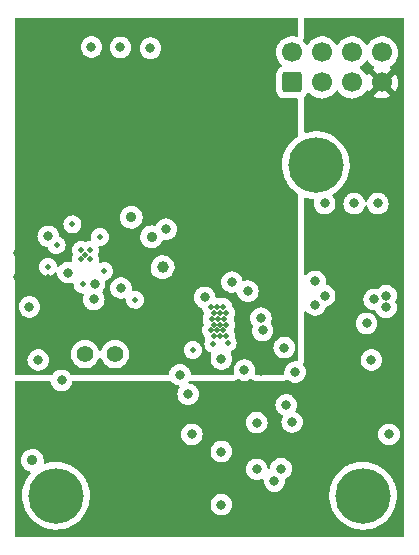
<source format=gbr>
%TF.GenerationSoftware,KiCad,Pcbnew,(6.0.4-0)*%
%TF.CreationDate,2022-03-31T17:06:01+02:00*%
%TF.ProjectId,cryosub_power_converter_top_v03,6372796f-7375-4625-9f70-6f7765725f63,rev?*%
%TF.SameCoordinates,Original*%
%TF.FileFunction,Copper,L3,Inr*%
%TF.FilePolarity,Positive*%
%FSLAX45Y45*%
G04 Gerber Fmt 4.5, Leading zero omitted, Abs format (unit mm)*
G04 Created by KiCad (PCBNEW (6.0.4-0)) date 2022-03-31 17:06:01*
%MOMM*%
%LPD*%
G01*
G04 APERTURE LIST*
G04 Aperture macros list*
%AMRoundRect*
0 Rectangle with rounded corners*
0 $1 Rounding radius*
0 $2 $3 $4 $5 $6 $7 $8 $9 X,Y pos of 4 corners*
0 Add a 4 corners polygon primitive as box body*
4,1,4,$2,$3,$4,$5,$6,$7,$8,$9,$2,$3,0*
0 Add four circle primitives for the rounded corners*
1,1,$1+$1,$2,$3*
1,1,$1+$1,$4,$5*
1,1,$1+$1,$6,$7*
1,1,$1+$1,$8,$9*
0 Add four rect primitives between the rounded corners*
20,1,$1+$1,$2,$3,$4,$5,0*
20,1,$1+$1,$4,$5,$6,$7,0*
20,1,$1+$1,$6,$7,$8,$9,0*
20,1,$1+$1,$8,$9,$2,$3,0*%
G04 Aperture macros list end*
%TA.AperFunction,ComponentPad*%
%ADD10C,1.000000*%
%TD*%
%TA.AperFunction,ComponentPad*%
%ADD11C,1.400000*%
%TD*%
%TA.AperFunction,ComponentPad*%
%ADD12C,4.700000*%
%TD*%
%TA.AperFunction,ComponentPad*%
%ADD13RoundRect,0.250000X0.600000X-0.600000X0.600000X0.600000X-0.600000X0.600000X-0.600000X-0.600000X0*%
%TD*%
%TA.AperFunction,ComponentPad*%
%ADD14C,1.700000*%
%TD*%
%TA.AperFunction,ViaPad*%
%ADD15C,0.500000*%
%TD*%
%TA.AperFunction,ViaPad*%
%ADD16C,0.800000*%
%TD*%
%TA.AperFunction,ViaPad*%
%ADD17C,0.900000*%
%TD*%
G04 APERTURE END LIST*
D10*
%TO.N,/sipm_dcdc/imon*%
%TO.C,TP1*%
X11302500Y-12165000D03*
%TD*%
D11*
%TO.N,/vcont*%
%TO.C,TP2*%
X10646000Y-12900000D03*
%TO.N,GND*%
X10900000Y-12900000D03*
%TD*%
D12*
%TO.N,GND*%
%TO.C,H1*%
X10400000Y-14100000D03*
%TD*%
%TO.N,GND*%
%TO.C,H2*%
X12600000Y-11300000D03*
%TD*%
%TO.N,GND*%
%TO.C,H3*%
X13000000Y-14100000D03*
%TD*%
D13*
%TO.N,/vcont*%
%TO.C,J1*%
X12400000Y-10600000D03*
D14*
%TO.N,GND*%
X12400000Y-10346000D03*
%TO.N,/sipm_bias*%
X12654000Y-10600000D03*
%TO.N,GND*%
X12654000Y-10346000D03*
%TO.N,/p5v_out*%
X12908000Y-10600000D03*
%TO.N,GND*%
X12908000Y-10346000D03*
%TO.N,VDC*%
X13162000Y-10600000D03*
%TO.N,GND*%
X13162000Y-10346000D03*
%TD*%
D15*
%TO.N,GND*%
X10650000Y-12057500D03*
X11817500Y-12500000D03*
X11790000Y-12745000D03*
X11737500Y-12745000D03*
X11840000Y-12745000D03*
X11820000Y-12602500D03*
X11715000Y-12700000D03*
X11852500Y-12807500D03*
D16*
X13070000Y-12950000D03*
D15*
X10610000Y-12095000D03*
D16*
X10250000Y-12950000D03*
D15*
X10540000Y-11802500D03*
D16*
X12675000Y-11625000D03*
D15*
X10612500Y-12020000D03*
X11770000Y-12602500D03*
X10687500Y-12020000D03*
D16*
X11550000Y-13580000D03*
X11520000Y-13240000D03*
X10502260Y-12210000D03*
D15*
X10687500Y-12095000D03*
X11840000Y-12552500D03*
X11717500Y-12602500D03*
D16*
X13195000Y-12505000D03*
X13220000Y-13580000D03*
X12350000Y-13330000D03*
D15*
X11790000Y-12552500D03*
X11740000Y-12652500D03*
X11737500Y-12552500D03*
D16*
X10727500Y-12307500D03*
D15*
X11765000Y-12500000D03*
D16*
X13195000Y-12405000D03*
X10950000Y-12340000D03*
X13030000Y-12640000D03*
X12595000Y-12285000D03*
X11800000Y-12940000D03*
X12135019Y-12594981D03*
D15*
X11732500Y-12812500D03*
X11842500Y-12652500D03*
X11767500Y-12700000D03*
D16*
X10946000Y-10304000D03*
X12425000Y-13052500D03*
D15*
X11792500Y-12652500D03*
D16*
X11200000Y-10310000D03*
X13125000Y-11625000D03*
D15*
X11715000Y-12500000D03*
D16*
X10175000Y-12500000D03*
X12675000Y-12405000D03*
X11890000Y-12290000D03*
D15*
X11817500Y-12700000D03*
D16*
X12595000Y-12485000D03*
D17*
X10200000Y-13800000D03*
D16*
X13095259Y-12437500D03*
D17*
X11037500Y-11742500D03*
D16*
X12100000Y-13875000D03*
X10720000Y-12437550D03*
X10700000Y-10300000D03*
X11332500Y-11842500D03*
X12925000Y-11625000D03*
D15*
X10405000Y-11975000D03*
D16*
%TO.N,Net-(C7-Pad1)*%
X11450000Y-13075000D03*
X12332500Y-12845000D03*
D15*
X11558665Y-12866335D03*
D16*
X10447500Y-13122500D03*
%TO.N,/On When Warm/VD1*%
X12400000Y-13475000D03*
%TO.N,/On When Warm/vs*%
X11800000Y-13725000D03*
X11800000Y-14175000D03*
%TO.N,/On When Warm/vg1*%
X12100000Y-13480000D03*
%TO.N,/thermistor*%
X12250000Y-13975000D03*
%TO.N,/On When Warm/vd2*%
X12305132Y-13870617D03*
%TO.N,VDC*%
X11278000Y-14278000D03*
X12595000Y-13005000D03*
X12550000Y-13475000D03*
X12550000Y-14225000D03*
X11550000Y-14130000D03*
X12730000Y-13580000D03*
X12611825Y-12674614D03*
X12660000Y-14147500D03*
X12595000Y-12825000D03*
X11630000Y-13360000D03*
D15*
%TO.N,Net-(C18-Pad1)*%
X10772413Y-11906289D03*
%TO.N,Net-(C14-Pad1)*%
X10625000Y-12310000D03*
D16*
X10335000Y-11902500D03*
D15*
X10331891Y-12161791D03*
D17*
%TO.N,Net-(C15-Pad1)*%
X11210359Y-11906185D03*
D16*
%TO.N,Net-(R11-Pad2)*%
X12150000Y-12700000D03*
%TO.N,/dc_dc/pgood*%
X11660000Y-12420000D03*
D15*
%TO.N,Net-(R14-Pad1)*%
X10807500Y-12197500D03*
%TO.N,Net-(R16-Pad2)*%
X11070000Y-12440000D03*
D16*
%TO.N,+5V*%
X12140000Y-13040000D03*
X10700000Y-11300000D03*
X10077500Y-12047500D03*
X10950000Y-11300000D03*
X10075000Y-12250000D03*
D15*
X10330000Y-12245000D03*
X11447266Y-12438091D03*
D16*
%TO.N,/dc_dc/vcc*%
X11995000Y-13035000D03*
X12025000Y-12367500D03*
%TD*%
%TA.AperFunction,Conductor*%
%TO.N,+5V*%
G36*
X12444212Y-10052850D02*
G01*
X12448861Y-10058216D01*
X12450000Y-10063450D01*
X12450000Y-10201900D01*
X12448000Y-10208712D01*
X12442634Y-10213361D01*
X12435607Y-10214372D01*
X12434854Y-10214219D01*
X12434821Y-10214207D01*
X12434625Y-10214172D01*
X12434624Y-10214172D01*
X12413337Y-10210380D01*
X12413337Y-10210380D01*
X12412828Y-10210289D01*
X12405445Y-10210199D01*
X12391008Y-10210023D01*
X12391008Y-10210023D01*
X12390491Y-10210017D01*
X12368409Y-10213396D01*
X12347176Y-10220336D01*
X12327361Y-10230651D01*
X12326947Y-10230961D01*
X12326947Y-10230961D01*
X12311440Y-10242605D01*
X12309496Y-10244064D01*
X12294063Y-10260214D01*
X12281474Y-10278668D01*
X12272069Y-10298931D01*
X12266099Y-10320457D01*
X12263725Y-10342670D01*
X12263755Y-10343185D01*
X12263755Y-10343185D01*
X12264301Y-10352659D01*
X12265011Y-10364972D01*
X12265125Y-10365476D01*
X12265125Y-10365477D01*
X12266459Y-10371396D01*
X12269922Y-10386764D01*
X12278327Y-10407462D01*
X12289999Y-10426509D01*
X12304625Y-10443394D01*
X12311634Y-10449213D01*
X12315598Y-10455103D01*
X12315748Y-10462201D01*
X12312036Y-10468254D01*
X12308931Y-10470318D01*
X12308300Y-10470613D01*
X12307605Y-10470845D01*
X12292565Y-10480152D01*
X12280069Y-10492670D01*
X12270788Y-10507726D01*
X12265220Y-10524514D01*
X12264150Y-10534960D01*
X12264150Y-10665040D01*
X12265247Y-10675617D01*
X12270845Y-10692395D01*
X12280152Y-10707435D01*
X12292670Y-10719931D01*
X12307726Y-10729212D01*
X12315700Y-10731856D01*
X12323861Y-10734563D01*
X12323861Y-10734563D01*
X12324514Y-10734780D01*
X12325197Y-10734850D01*
X12325198Y-10734850D01*
X12329503Y-10735291D01*
X12334960Y-10735850D01*
X12437400Y-10735850D01*
X12444212Y-10737850D01*
X12448861Y-10743216D01*
X12450000Y-10748450D01*
X12450000Y-11049677D01*
X12448000Y-11056489D01*
X12444096Y-11060351D01*
X12434132Y-11066601D01*
X12433848Y-11066828D01*
X12433848Y-11066828D01*
X12417733Y-11079739D01*
X12408405Y-11087212D01*
X12385217Y-11110644D01*
X12364877Y-11136585D01*
X12347652Y-11164693D01*
X12333773Y-11194593D01*
X12323422Y-11225891D01*
X12316737Y-11258171D01*
X12313807Y-11291006D01*
X12314670Y-11323960D01*
X12319315Y-11356596D01*
X12327680Y-11388482D01*
X12339654Y-11419195D01*
X12339825Y-11419517D01*
X12352347Y-11443167D01*
X12355080Y-11448329D01*
X12355285Y-11448627D01*
X12355285Y-11448628D01*
X12373546Y-11475197D01*
X12373546Y-11475198D01*
X12373751Y-11475496D01*
X12395422Y-11500338D01*
X12419804Y-11522524D01*
X12420099Y-11522735D01*
X12420099Y-11522736D01*
X12444753Y-11540451D01*
X12449117Y-11546050D01*
X12450000Y-11550683D01*
X12450000Y-12949374D01*
X12448000Y-12956187D01*
X12442634Y-12960836D01*
X12435856Y-12961810D01*
X12435851Y-12961856D01*
X12435670Y-12961837D01*
X12435607Y-12961846D01*
X12435391Y-12961808D01*
X12435194Y-12961787D01*
X12434549Y-12961650D01*
X12415451Y-12961650D01*
X12414806Y-12961787D01*
X12414806Y-12961787D01*
X12406111Y-12963635D01*
X12396771Y-12965621D01*
X12396168Y-12965889D01*
X12396168Y-12965889D01*
X12379928Y-12973120D01*
X12379928Y-12973120D01*
X12379325Y-12973388D01*
X12363875Y-12984613D01*
X12363433Y-12985104D01*
X12363432Y-12985104D01*
X12351961Y-12997844D01*
X12351096Y-12998806D01*
X12347351Y-13005291D01*
X12342460Y-13013763D01*
X12341547Y-13015344D01*
X12335646Y-13033507D01*
X12335577Y-13034163D01*
X12335577Y-13034163D01*
X12335250Y-13037272D01*
X12333650Y-13052500D01*
X12333719Y-13053156D01*
X12334552Y-13061083D01*
X12333274Y-13068067D01*
X12328424Y-13073251D01*
X12322021Y-13075000D01*
X12094871Y-13075000D01*
X12088059Y-13073000D01*
X12083409Y-13067634D01*
X12082399Y-13060607D01*
X12082887Y-13058507D01*
X12084354Y-13053993D01*
X12085736Y-13040850D01*
X12086281Y-13035656D01*
X12086350Y-13035000D01*
X12084859Y-13020815D01*
X12084423Y-13016663D01*
X12084423Y-13016663D01*
X12084354Y-13016007D01*
X12078453Y-12997844D01*
X12068904Y-12981306D01*
X12061775Y-12973388D01*
X12056567Y-12967604D01*
X12056567Y-12967604D01*
X12056125Y-12967113D01*
X12040675Y-12955888D01*
X12040072Y-12955620D01*
X12040072Y-12955620D01*
X12023832Y-12948389D01*
X12023832Y-12948389D01*
X12023229Y-12948121D01*
X12013889Y-12946135D01*
X12005194Y-12944287D01*
X12005194Y-12944287D01*
X12004549Y-12944150D01*
X11985451Y-12944150D01*
X11984806Y-12944287D01*
X11984806Y-12944287D01*
X11976111Y-12946135D01*
X11966771Y-12948121D01*
X11966168Y-12948389D01*
X11966168Y-12948389D01*
X11949928Y-12955620D01*
X11949928Y-12955620D01*
X11949325Y-12955888D01*
X11933875Y-12967113D01*
X11933433Y-12967604D01*
X11933432Y-12967604D01*
X11928225Y-12973388D01*
X11921096Y-12981306D01*
X11911547Y-12997844D01*
X11905646Y-13016007D01*
X11905577Y-13016663D01*
X11905577Y-13016663D01*
X11905140Y-13020815D01*
X11903650Y-13035000D01*
X11903719Y-13035656D01*
X11904264Y-13040850D01*
X11905646Y-13053993D01*
X11907112Y-13058506D01*
X11907315Y-13065603D01*
X11903649Y-13071683D01*
X11897278Y-13074815D01*
X11895129Y-13075000D01*
X11552695Y-13075000D01*
X11545883Y-13073000D01*
X11541234Y-13067634D01*
X11540164Y-13063717D01*
X11539423Y-13056663D01*
X11539423Y-13056663D01*
X11539354Y-13056007D01*
X11533453Y-13037844D01*
X11532741Y-13036611D01*
X11528411Y-13029112D01*
X11523904Y-13021306D01*
X11522122Y-13019326D01*
X11511567Y-13007604D01*
X11511567Y-13007604D01*
X11511125Y-13007113D01*
X11495675Y-12995888D01*
X11495072Y-12995620D01*
X11495072Y-12995620D01*
X11478832Y-12988389D01*
X11478832Y-12988389D01*
X11478229Y-12988121D01*
X11468889Y-12986135D01*
X11460194Y-12984287D01*
X11460194Y-12984287D01*
X11459549Y-12984150D01*
X11440451Y-12984150D01*
X11439806Y-12984287D01*
X11439806Y-12984287D01*
X11431111Y-12986135D01*
X11421771Y-12988121D01*
X11421168Y-12988389D01*
X11421168Y-12988389D01*
X11404928Y-12995620D01*
X11404928Y-12995620D01*
X11404325Y-12995888D01*
X11388875Y-13007113D01*
X11388433Y-13007604D01*
X11388432Y-13007604D01*
X11377878Y-13019326D01*
X11376096Y-13021306D01*
X11371589Y-13029112D01*
X11367259Y-13036611D01*
X11366547Y-13037844D01*
X11360646Y-13056007D01*
X11360577Y-13056663D01*
X11360577Y-13056663D01*
X11359835Y-13063717D01*
X11357134Y-13070283D01*
X11351312Y-13074346D01*
X11347304Y-13075000D01*
X10532239Y-13075000D01*
X10525427Y-13073000D01*
X10522045Y-13069806D01*
X10521735Y-13069378D01*
X10521404Y-13068806D01*
X10508625Y-13054613D01*
X10493175Y-13043388D01*
X10492572Y-13043120D01*
X10492572Y-13043120D01*
X10476332Y-13035889D01*
X10476332Y-13035889D01*
X10475729Y-13035621D01*
X10465786Y-13033507D01*
X10457694Y-13031787D01*
X10457694Y-13031787D01*
X10457049Y-13031650D01*
X10437951Y-13031650D01*
X10437306Y-13031787D01*
X10437306Y-13031787D01*
X10429214Y-13033507D01*
X10419271Y-13035621D01*
X10418668Y-13035889D01*
X10418668Y-13035889D01*
X10402428Y-13043120D01*
X10402428Y-13043120D01*
X10401825Y-13043388D01*
X10386375Y-13054613D01*
X10373596Y-13068806D01*
X10373265Y-13069378D01*
X10372955Y-13069806D01*
X10367332Y-13074141D01*
X10362761Y-13075000D01*
X10063450Y-13075000D01*
X10056638Y-13073000D01*
X10051989Y-13067634D01*
X10050850Y-13062400D01*
X10050850Y-12950000D01*
X10158650Y-12950000D01*
X10158719Y-12950656D01*
X10160448Y-12967113D01*
X10160646Y-12968993D01*
X10166547Y-12987156D01*
X10166878Y-12987728D01*
X10166878Y-12987728D01*
X10169656Y-12992541D01*
X10176096Y-13003694D01*
X10176538Y-13004185D01*
X10176538Y-13004185D01*
X10186070Y-13014772D01*
X10188875Y-13017887D01*
X10204325Y-13029112D01*
X10204928Y-13029380D01*
X10204928Y-13029380D01*
X10219025Y-13035656D01*
X10221771Y-13036879D01*
X10229268Y-13038473D01*
X10239806Y-13040713D01*
X10239806Y-13040713D01*
X10240451Y-13040850D01*
X10259549Y-13040850D01*
X10260194Y-13040713D01*
X10260194Y-13040713D01*
X10270732Y-13038473D01*
X10278229Y-13036879D01*
X10280976Y-13035656D01*
X10295072Y-13029380D01*
X10295072Y-13029380D01*
X10295675Y-13029112D01*
X10311125Y-13017887D01*
X10313930Y-13014772D01*
X10323462Y-13004185D01*
X10323462Y-13004185D01*
X10323904Y-13003694D01*
X10330344Y-12992541D01*
X10333122Y-12987728D01*
X10333122Y-12987728D01*
X10333453Y-12987156D01*
X10339354Y-12968993D01*
X10339552Y-12967113D01*
X10341281Y-12950656D01*
X10341350Y-12950000D01*
X10341153Y-12948121D01*
X10339423Y-12931663D01*
X10339423Y-12931663D01*
X10339354Y-12931007D01*
X10333453Y-12912844D01*
X10326037Y-12900000D01*
X10524688Y-12900000D01*
X10526531Y-12921065D01*
X10526674Y-12921597D01*
X10526674Y-12921597D01*
X10529027Y-12930379D01*
X10532004Y-12941491D01*
X10532237Y-12941989D01*
X10532237Y-12941989D01*
X10540458Y-12959621D01*
X10540941Y-12960656D01*
X10553070Y-12977978D01*
X10568022Y-12992930D01*
X10585344Y-13005059D01*
X10585842Y-13005291D01*
X10585842Y-13005291D01*
X10591408Y-13007887D01*
X10604509Y-13013996D01*
X10605040Y-13014138D01*
X10605040Y-13014138D01*
X10624403Y-13019326D01*
X10624403Y-13019326D01*
X10624935Y-13019469D01*
X10646000Y-13021312D01*
X10667066Y-13019469D01*
X10667597Y-13019326D01*
X10667597Y-13019326D01*
X10686960Y-13014138D01*
X10686960Y-13014138D01*
X10687491Y-13013996D01*
X10700592Y-13007887D01*
X10706158Y-13005291D01*
X10706158Y-13005291D01*
X10706656Y-13005059D01*
X10723978Y-12992930D01*
X10738930Y-12977978D01*
X10751059Y-12960656D01*
X10751542Y-12959621D01*
X10759763Y-12941989D01*
X10759763Y-12941989D01*
X10759996Y-12941491D01*
X10760829Y-12938380D01*
X10764525Y-12932317D01*
X10770911Y-12929215D01*
X10777960Y-12930058D01*
X10783435Y-12934578D01*
X10785171Y-12938380D01*
X10786004Y-12941491D01*
X10786237Y-12941989D01*
X10786237Y-12941989D01*
X10794458Y-12959621D01*
X10794941Y-12960656D01*
X10807070Y-12977978D01*
X10822022Y-12992930D01*
X10839344Y-13005059D01*
X10839842Y-13005291D01*
X10839842Y-13005291D01*
X10845408Y-13007887D01*
X10858509Y-13013996D01*
X10859040Y-13014138D01*
X10859040Y-13014138D01*
X10878403Y-13019326D01*
X10878403Y-13019326D01*
X10878935Y-13019469D01*
X10900000Y-13021312D01*
X10921066Y-13019469D01*
X10921597Y-13019326D01*
X10921597Y-13019326D01*
X10940960Y-13014138D01*
X10940960Y-13014138D01*
X10941491Y-13013996D01*
X10954592Y-13007887D01*
X10960158Y-13005291D01*
X10960158Y-13005291D01*
X10960656Y-13005059D01*
X10977978Y-12992930D01*
X10992930Y-12977978D01*
X11005059Y-12960656D01*
X11005542Y-12959621D01*
X11013763Y-12941989D01*
X11013763Y-12941989D01*
X11013996Y-12941491D01*
X11016973Y-12930379D01*
X11019326Y-12921597D01*
X11019326Y-12921597D01*
X11019469Y-12921065D01*
X11021312Y-12900000D01*
X11019469Y-12878934D01*
X11016619Y-12868299D01*
X11015807Y-12865269D01*
X11482343Y-12865269D01*
X11484003Y-12882205D01*
X11489375Y-12898351D01*
X11489739Y-12898954D01*
X11489739Y-12898954D01*
X11491115Y-12901225D01*
X11498190Y-12912907D01*
X11510011Y-12925148D01*
X11510600Y-12925534D01*
X11520297Y-12931879D01*
X11524250Y-12934466D01*
X11524910Y-12934711D01*
X11524910Y-12934711D01*
X11528550Y-12936065D01*
X11540199Y-12940397D01*
X11557067Y-12942648D01*
X11557768Y-12942584D01*
X11557768Y-12942584D01*
X11573311Y-12941170D01*
X11574013Y-12941106D01*
X11574684Y-12940888D01*
X11574684Y-12940888D01*
X11589527Y-12936065D01*
X11589528Y-12936065D01*
X11590197Y-12935847D01*
X11604814Y-12927134D01*
X11605324Y-12926649D01*
X11605324Y-12926648D01*
X11612048Y-12920245D01*
X11617137Y-12915399D01*
X11618806Y-12912887D01*
X11625061Y-12903473D01*
X11626554Y-12901225D01*
X11632597Y-12885317D01*
X11634965Y-12868466D01*
X11634995Y-12866335D01*
X11633098Y-12849424D01*
X11627502Y-12833354D01*
X11626903Y-12832396D01*
X11622519Y-12825379D01*
X11618484Y-12818923D01*
X11606494Y-12806848D01*
X11604869Y-12805817D01*
X11601006Y-12803365D01*
X11592126Y-12797730D01*
X11576095Y-12792022D01*
X11559198Y-12790007D01*
X11558498Y-12790080D01*
X11558498Y-12790080D01*
X11542975Y-12791712D01*
X11542975Y-12791712D01*
X11542274Y-12791785D01*
X11541607Y-12792013D01*
X11526832Y-12797042D01*
X11526832Y-12797042D01*
X11526165Y-12797269D01*
X11525566Y-12797638D01*
X11525565Y-12797638D01*
X11512272Y-12805817D01*
X11512271Y-12805817D01*
X11511672Y-12806186D01*
X11499514Y-12818092D01*
X11499133Y-12818683D01*
X11499132Y-12818684D01*
X11490677Y-12831803D01*
X11490296Y-12832396D01*
X11490055Y-12833058D01*
X11486444Y-12842977D01*
X11484475Y-12848386D01*
X11482343Y-12865269D01*
X11015807Y-12865269D01*
X11014138Y-12859040D01*
X11014138Y-12859040D01*
X11013996Y-12858509D01*
X11007752Y-12845119D01*
X11005291Y-12839842D01*
X11005291Y-12839842D01*
X11005059Y-12839344D01*
X10992930Y-12822022D01*
X10977978Y-12807070D01*
X10960656Y-12794941D01*
X10960158Y-12794709D01*
X10960158Y-12794709D01*
X10941989Y-12786237D01*
X10941989Y-12786237D01*
X10941491Y-12786004D01*
X10940960Y-12785862D01*
X10940960Y-12785862D01*
X10921597Y-12780674D01*
X10921597Y-12780674D01*
X10921066Y-12780531D01*
X10900000Y-12778688D01*
X10878935Y-12780531D01*
X10878403Y-12780674D01*
X10878403Y-12780674D01*
X10859040Y-12785862D01*
X10859040Y-12785862D01*
X10858509Y-12786004D01*
X10858011Y-12786237D01*
X10858011Y-12786237D01*
X10839842Y-12794709D01*
X10839842Y-12794709D01*
X10839344Y-12794941D01*
X10822022Y-12807070D01*
X10807070Y-12822022D01*
X10794941Y-12839344D01*
X10794709Y-12839842D01*
X10794709Y-12839842D01*
X10792248Y-12845119D01*
X10786004Y-12858509D01*
X10785862Y-12859040D01*
X10785862Y-12859040D01*
X10785171Y-12861620D01*
X10781476Y-12867683D01*
X10775089Y-12870785D01*
X10768040Y-12869942D01*
X10762565Y-12865422D01*
X10760829Y-12861620D01*
X10760138Y-12859040D01*
X10760138Y-12859040D01*
X10759996Y-12858509D01*
X10753752Y-12845119D01*
X10751291Y-12839842D01*
X10751291Y-12839842D01*
X10751059Y-12839344D01*
X10738930Y-12822022D01*
X10723978Y-12807070D01*
X10706656Y-12794941D01*
X10706158Y-12794709D01*
X10706158Y-12794709D01*
X10687989Y-12786237D01*
X10687989Y-12786237D01*
X10687491Y-12786004D01*
X10686960Y-12785862D01*
X10686960Y-12785862D01*
X10667597Y-12780674D01*
X10667597Y-12780674D01*
X10667066Y-12780531D01*
X10646000Y-12778688D01*
X10624935Y-12780531D01*
X10624403Y-12780674D01*
X10624403Y-12780674D01*
X10605040Y-12785862D01*
X10605040Y-12785862D01*
X10604509Y-12786004D01*
X10604011Y-12786237D01*
X10604011Y-12786237D01*
X10585842Y-12794709D01*
X10585842Y-12794709D01*
X10585344Y-12794941D01*
X10568022Y-12807070D01*
X10553070Y-12822022D01*
X10540941Y-12839344D01*
X10540709Y-12839842D01*
X10540709Y-12839842D01*
X10538248Y-12845119D01*
X10532004Y-12858509D01*
X10531862Y-12859040D01*
X10531862Y-12859040D01*
X10529381Y-12868299D01*
X10526531Y-12878934D01*
X10524688Y-12900000D01*
X10326037Y-12900000D01*
X10323904Y-12896306D01*
X10311125Y-12882113D01*
X10295675Y-12870888D01*
X10295072Y-12870620D01*
X10295072Y-12870620D01*
X10278832Y-12863389D01*
X10278832Y-12863389D01*
X10278229Y-12863121D01*
X10268889Y-12861135D01*
X10260194Y-12859287D01*
X10260194Y-12859287D01*
X10259549Y-12859150D01*
X10240451Y-12859150D01*
X10239806Y-12859287D01*
X10239806Y-12859287D01*
X10231111Y-12861135D01*
X10221771Y-12863121D01*
X10221168Y-12863389D01*
X10221168Y-12863389D01*
X10204928Y-12870620D01*
X10204928Y-12870620D01*
X10204325Y-12870888D01*
X10188875Y-12882113D01*
X10176096Y-12896306D01*
X10166547Y-12912844D01*
X10160646Y-12931007D01*
X10160577Y-12931663D01*
X10160577Y-12931663D01*
X10158847Y-12948121D01*
X10158650Y-12950000D01*
X10050850Y-12950000D01*
X10050850Y-12500000D01*
X10083650Y-12500000D01*
X10083719Y-12500656D01*
X10085364Y-12516313D01*
X10085646Y-12518993D01*
X10091547Y-12537156D01*
X10101096Y-12553694D01*
X10101538Y-12554185D01*
X10101538Y-12554185D01*
X10113433Y-12567395D01*
X10113875Y-12567887D01*
X10115714Y-12569223D01*
X10125026Y-12575988D01*
X10129325Y-12579112D01*
X10129928Y-12579380D01*
X10129928Y-12579380D01*
X10143113Y-12585251D01*
X10146771Y-12586879D01*
X10156111Y-12588865D01*
X10164806Y-12590713D01*
X10164806Y-12590713D01*
X10165451Y-12590850D01*
X10184549Y-12590850D01*
X10185194Y-12590713D01*
X10185194Y-12590713D01*
X10193889Y-12588865D01*
X10203229Y-12586879D01*
X10206887Y-12585251D01*
X10220072Y-12579380D01*
X10220072Y-12579380D01*
X10220675Y-12579112D01*
X10224975Y-12575988D01*
X10234286Y-12569223D01*
X10236125Y-12567887D01*
X10236568Y-12567395D01*
X10248462Y-12554185D01*
X10248462Y-12554185D01*
X10248904Y-12553694D01*
X10258453Y-12537156D01*
X10264354Y-12518993D01*
X10264636Y-12516313D01*
X10266281Y-12500656D01*
X10266350Y-12500000D01*
X10265780Y-12494576D01*
X10264423Y-12481663D01*
X10264423Y-12481663D01*
X10264354Y-12481007D01*
X10258453Y-12462844D01*
X10256604Y-12459641D01*
X10249234Y-12446877D01*
X10248904Y-12446306D01*
X10245146Y-12442131D01*
X10236568Y-12432604D01*
X10236567Y-12432604D01*
X10236125Y-12432113D01*
X10224668Y-12423789D01*
X10221209Y-12421276D01*
X10221209Y-12421276D01*
X10220675Y-12420888D01*
X10220072Y-12420620D01*
X10220072Y-12420620D01*
X10203832Y-12413389D01*
X10203832Y-12413389D01*
X10203229Y-12413121D01*
X10193889Y-12411135D01*
X10185194Y-12409287D01*
X10185194Y-12409287D01*
X10184549Y-12409150D01*
X10165451Y-12409150D01*
X10164806Y-12409287D01*
X10164806Y-12409287D01*
X10156111Y-12411135D01*
X10146771Y-12413121D01*
X10146168Y-12413389D01*
X10146168Y-12413389D01*
X10129928Y-12420620D01*
X10129928Y-12420620D01*
X10129325Y-12420888D01*
X10128791Y-12421276D01*
X10128791Y-12421276D01*
X10125332Y-12423789D01*
X10113875Y-12432113D01*
X10113433Y-12432604D01*
X10113433Y-12432604D01*
X10104855Y-12442131D01*
X10101096Y-12446306D01*
X10100766Y-12446877D01*
X10093397Y-12459641D01*
X10091547Y-12462844D01*
X10085646Y-12481007D01*
X10085577Y-12481663D01*
X10085577Y-12481663D01*
X10084220Y-12494576D01*
X10083650Y-12500000D01*
X10050850Y-12500000D01*
X10050850Y-12160725D01*
X10255569Y-12160725D01*
X10257230Y-12177661D01*
X10257452Y-12178330D01*
X10257452Y-12178330D01*
X10257858Y-12179552D01*
X10262601Y-12193808D01*
X10262966Y-12194410D01*
X10262966Y-12194410D01*
X10271013Y-12207698D01*
X10271416Y-12208363D01*
X10283237Y-12220604D01*
X10297476Y-12229922D01*
X10298136Y-12230168D01*
X10298137Y-12230168D01*
X10304112Y-12232390D01*
X10313426Y-12235854D01*
X10330293Y-12238104D01*
X10330994Y-12238041D01*
X10330994Y-12238041D01*
X10346538Y-12236626D01*
X10347240Y-12236562D01*
X10347910Y-12236344D01*
X10347910Y-12236344D01*
X10362754Y-12231521D01*
X10362754Y-12231521D01*
X10363424Y-12231304D01*
X10378040Y-12222590D01*
X10378550Y-12222105D01*
X10378550Y-12222105D01*
X10390364Y-12210855D01*
X10390523Y-12211023D01*
X10395522Y-12207698D01*
X10402621Y-12207585D01*
X10408653Y-12211329D01*
X10411794Y-12218413D01*
X10412263Y-12222878D01*
X10412906Y-12228993D01*
X10418807Y-12247156D01*
X10428356Y-12263694D01*
X10428798Y-12264185D01*
X10428798Y-12264185D01*
X10440145Y-12276787D01*
X10441134Y-12277887D01*
X10444709Y-12280483D01*
X10455589Y-12288388D01*
X10456585Y-12289112D01*
X10457187Y-12289380D01*
X10457188Y-12289380D01*
X10472969Y-12296407D01*
X10474031Y-12296879D01*
X10482599Y-12298700D01*
X10492065Y-12300713D01*
X10492066Y-12300713D01*
X10492711Y-12300850D01*
X10511808Y-12300850D01*
X10512454Y-12300713D01*
X10512454Y-12300713D01*
X10521921Y-12298700D01*
X10530489Y-12296879D01*
X10531092Y-12296611D01*
X10531720Y-12296407D01*
X10531762Y-12296537D01*
X10538078Y-12295690D01*
X10544507Y-12298700D01*
X10548289Y-12304709D01*
X10548760Y-12308283D01*
X10548678Y-12308934D01*
X10550338Y-12325870D01*
X10550561Y-12326538D01*
X10550561Y-12326538D01*
X10550766Y-12327156D01*
X10555709Y-12342017D01*
X10556074Y-12342619D01*
X10556074Y-12342619D01*
X10560038Y-12349163D01*
X10564525Y-12356572D01*
X10576346Y-12368813D01*
X10580291Y-12371395D01*
X10589688Y-12377544D01*
X10590585Y-12378131D01*
X10591245Y-12378377D01*
X10591245Y-12378377D01*
X10598559Y-12381097D01*
X10606534Y-12384063D01*
X10607233Y-12384156D01*
X10622703Y-12386220D01*
X10622704Y-12386220D01*
X10623402Y-12386313D01*
X10624076Y-12386252D01*
X10630835Y-12388391D01*
X10635371Y-12393853D01*
X10636234Y-12400900D01*
X10635786Y-12402739D01*
X10630646Y-12418557D01*
X10630577Y-12419213D01*
X10630577Y-12419213D01*
X10629297Y-12431395D01*
X10628650Y-12437550D01*
X10628719Y-12438206D01*
X10629518Y-12445815D01*
X10630646Y-12456543D01*
X10636547Y-12474706D01*
X10646096Y-12491244D01*
X10646538Y-12491735D01*
X10646538Y-12491735D01*
X10658433Y-12504945D01*
X10658875Y-12505437D01*
X10664784Y-12509730D01*
X10673768Y-12516257D01*
X10674325Y-12516662D01*
X10674928Y-12516930D01*
X10674928Y-12516930D01*
X10691168Y-12524161D01*
X10691771Y-12524429D01*
X10701111Y-12526415D01*
X10709806Y-12528263D01*
X10709806Y-12528263D01*
X10710451Y-12528400D01*
X10729549Y-12528400D01*
X10730194Y-12528263D01*
X10730194Y-12528263D01*
X10738889Y-12526415D01*
X10748229Y-12524429D01*
X10748832Y-12524161D01*
X10765072Y-12516930D01*
X10765072Y-12516930D01*
X10765675Y-12516662D01*
X10766232Y-12516257D01*
X10775216Y-12509730D01*
X10781125Y-12505437D01*
X10781568Y-12504945D01*
X10793462Y-12491735D01*
X10793462Y-12491735D01*
X10793904Y-12491244D01*
X10803453Y-12474706D01*
X10809354Y-12456543D01*
X10810482Y-12445815D01*
X10811281Y-12438206D01*
X10811350Y-12437550D01*
X10810704Y-12431395D01*
X10809423Y-12419213D01*
X10809423Y-12419213D01*
X10809354Y-12418557D01*
X10803453Y-12400394D01*
X10799585Y-12393694D01*
X10794234Y-12384428D01*
X10793904Y-12383856D01*
X10793948Y-12383830D01*
X10791706Y-12377544D01*
X10793314Y-12370629D01*
X10794921Y-12368394D01*
X10801404Y-12361194D01*
X10810953Y-12344656D01*
X10812465Y-12340000D01*
X10858650Y-12340000D01*
X10858719Y-12340656D01*
X10859953Y-12352401D01*
X10860646Y-12358993D01*
X10866547Y-12377156D01*
X10866878Y-12377728D01*
X10866878Y-12377728D01*
X10868680Y-12380850D01*
X10876096Y-12393694D01*
X10876538Y-12394185D01*
X10876538Y-12394185D01*
X10882681Y-12401007D01*
X10888875Y-12407887D01*
X10890803Y-12409287D01*
X10903562Y-12418557D01*
X10904325Y-12419112D01*
X10904928Y-12419380D01*
X10904928Y-12419380D01*
X10921168Y-12426611D01*
X10921771Y-12426879D01*
X10930887Y-12428817D01*
X10939806Y-12430713D01*
X10939806Y-12430713D01*
X10940451Y-12430850D01*
X10959549Y-12430850D01*
X10960194Y-12430713D01*
X10960194Y-12430713D01*
X10978229Y-12426879D01*
X10978274Y-12427093D01*
X10984357Y-12426920D01*
X10990436Y-12430587D01*
X10993568Y-12436958D01*
X10993706Y-12438708D01*
X10993678Y-12438934D01*
X10995338Y-12455870D01*
X11000709Y-12472017D01*
X11001074Y-12472619D01*
X11001074Y-12472619D01*
X11007415Y-12483089D01*
X11009525Y-12486572D01*
X11021346Y-12498813D01*
X11023638Y-12500314D01*
X11033711Y-12506905D01*
X11035585Y-12508131D01*
X11036245Y-12508377D01*
X11036245Y-12508377D01*
X11039884Y-12509730D01*
X11051534Y-12514063D01*
X11068402Y-12516313D01*
X11069103Y-12516249D01*
X11069103Y-12516249D01*
X11084646Y-12514835D01*
X11085348Y-12514771D01*
X11086019Y-12514553D01*
X11086019Y-12514553D01*
X11100862Y-12509730D01*
X11100863Y-12509730D01*
X11101532Y-12509512D01*
X11116149Y-12500799D01*
X11116658Y-12500314D01*
X11116659Y-12500314D01*
X11123383Y-12493910D01*
X11128472Y-12489064D01*
X11137889Y-12474890D01*
X11143932Y-12458982D01*
X11146300Y-12442131D01*
X11146316Y-12441013D01*
X11146324Y-12440396D01*
X11146324Y-12440395D01*
X11146330Y-12440000D01*
X11144433Y-12423089D01*
X11143586Y-12420656D01*
X11143357Y-12420000D01*
X11568650Y-12420000D01*
X11568719Y-12420656D01*
X11570563Y-12438206D01*
X11570646Y-12438993D01*
X11576547Y-12457156D01*
X11576878Y-12457728D01*
X11576878Y-12457728D01*
X11577982Y-12459641D01*
X11586096Y-12473694D01*
X11598875Y-12487887D01*
X11601164Y-12489550D01*
X11613216Y-12498306D01*
X11614325Y-12499112D01*
X11614928Y-12499380D01*
X11614928Y-12499380D01*
X11618114Y-12500799D01*
X11631771Y-12506879D01*
X11632154Y-12506961D01*
X11637932Y-12510912D01*
X11640315Y-12515877D01*
X11640338Y-12515870D01*
X11645709Y-12532017D01*
X11646074Y-12532619D01*
X11646074Y-12532619D01*
X11654525Y-12546572D01*
X11654325Y-12546693D01*
X11656496Y-12552283D01*
X11655081Y-12559240D01*
X11654533Y-12560178D01*
X11649881Y-12567395D01*
X11649130Y-12568561D01*
X11643310Y-12584552D01*
X11641177Y-12601434D01*
X11642838Y-12618370D01*
X11648209Y-12634517D01*
X11653215Y-12642781D01*
X11655032Y-12649644D01*
X11653028Y-12656134D01*
X11646630Y-12666061D01*
X11640810Y-12682052D01*
X11638677Y-12698934D01*
X11640338Y-12715870D01*
X11645709Y-12732017D01*
X11646074Y-12732619D01*
X11646074Y-12732619D01*
X11653812Y-12745396D01*
X11654525Y-12746572D01*
X11655013Y-12747079D01*
X11655014Y-12747079D01*
X11659169Y-12751382D01*
X11662462Y-12757672D01*
X11662645Y-12758905D01*
X11662838Y-12760870D01*
X11663060Y-12761538D01*
X11665276Y-12768199D01*
X11665528Y-12775294D01*
X11664606Y-12777778D01*
X11664512Y-12777969D01*
X11664130Y-12778561D01*
X11663889Y-12779223D01*
X11663889Y-12779223D01*
X11659492Y-12791306D01*
X11658310Y-12794552D01*
X11656177Y-12811434D01*
X11657838Y-12828370D01*
X11663209Y-12844517D01*
X11663574Y-12845119D01*
X11663574Y-12845119D01*
X11670505Y-12856564D01*
X11672025Y-12859072D01*
X11683845Y-12871313D01*
X11684435Y-12871699D01*
X11694680Y-12878403D01*
X11698085Y-12880631D01*
X11709899Y-12885025D01*
X11715586Y-12889274D01*
X11718073Y-12895923D01*
X11717017Y-12901959D01*
X11716878Y-12902272D01*
X11716547Y-12902844D01*
X11710646Y-12921007D01*
X11710577Y-12921663D01*
X11710577Y-12921663D01*
X11709595Y-12931007D01*
X11708650Y-12940000D01*
X11708719Y-12940656D01*
X11710351Y-12956187D01*
X11710646Y-12958993D01*
X11716547Y-12977156D01*
X11716878Y-12977728D01*
X11716878Y-12977728D01*
X11718660Y-12980815D01*
X11726096Y-12993694D01*
X11726538Y-12994185D01*
X11726538Y-12994185D01*
X11736329Y-13005059D01*
X11738875Y-13007887D01*
X11746963Y-13013763D01*
X11752638Y-13017887D01*
X11754325Y-13019112D01*
X11754928Y-13019380D01*
X11754928Y-13019380D01*
X11771168Y-13026611D01*
X11771771Y-13026879D01*
X11780448Y-13028724D01*
X11789806Y-13030713D01*
X11789806Y-13030713D01*
X11790451Y-13030850D01*
X11809549Y-13030850D01*
X11810194Y-13030713D01*
X11810194Y-13030713D01*
X11819552Y-13028724D01*
X11828229Y-13026879D01*
X11828832Y-13026611D01*
X11845072Y-13019380D01*
X11845072Y-13019380D01*
X11845675Y-13019112D01*
X11847362Y-13017887D01*
X11853037Y-13013763D01*
X11861125Y-13007887D01*
X11863671Y-13005059D01*
X11873462Y-12994185D01*
X11873462Y-12994185D01*
X11873904Y-12993694D01*
X11881340Y-12980815D01*
X11883122Y-12977728D01*
X11883122Y-12977728D01*
X11883453Y-12977156D01*
X11889354Y-12958993D01*
X11889649Y-12956187D01*
X11891281Y-12940656D01*
X11891350Y-12940000D01*
X11890405Y-12931007D01*
X11889423Y-12921663D01*
X11889423Y-12921663D01*
X11889354Y-12921007D01*
X11883453Y-12902844D01*
X11882857Y-12901812D01*
X11878663Y-12894548D01*
X11876989Y-12887648D01*
X11879311Y-12880939D01*
X11884048Y-12877038D01*
X11884032Y-12877012D01*
X11884202Y-12876911D01*
X11898649Y-12868299D01*
X11899158Y-12867814D01*
X11899159Y-12867814D01*
X11909453Y-12858011D01*
X11910972Y-12856564D01*
X11918655Y-12845000D01*
X12241150Y-12845000D01*
X12241219Y-12845656D01*
X12242896Y-12861620D01*
X12243146Y-12863993D01*
X12249047Y-12882156D01*
X12249378Y-12882728D01*
X12249378Y-12882728D01*
X12250470Y-12884619D01*
X12258596Y-12898694D01*
X12259038Y-12899185D01*
X12259038Y-12899185D01*
X12261403Y-12901812D01*
X12271375Y-12912887D01*
X12286825Y-12924112D01*
X12287428Y-12924380D01*
X12287428Y-12924380D01*
X12300180Y-12930058D01*
X12304271Y-12931879D01*
X12313611Y-12933865D01*
X12322306Y-12935713D01*
X12322306Y-12935713D01*
X12322951Y-12935850D01*
X12342049Y-12935850D01*
X12342694Y-12935713D01*
X12342694Y-12935713D01*
X12351389Y-12933865D01*
X12360729Y-12931879D01*
X12364820Y-12930058D01*
X12377572Y-12924380D01*
X12377572Y-12924380D01*
X12378175Y-12924112D01*
X12393625Y-12912887D01*
X12403597Y-12901812D01*
X12405962Y-12899185D01*
X12405962Y-12899185D01*
X12406404Y-12898694D01*
X12414530Y-12884619D01*
X12415622Y-12882728D01*
X12415622Y-12882728D01*
X12415953Y-12882156D01*
X12421854Y-12863993D01*
X12422104Y-12861620D01*
X12423781Y-12845656D01*
X12423850Y-12845000D01*
X12422696Y-12834019D01*
X12421923Y-12826663D01*
X12421923Y-12826663D01*
X12421854Y-12826007D01*
X12415953Y-12807844D01*
X12415506Y-12807070D01*
X12412231Y-12801399D01*
X12406404Y-12791306D01*
X12405870Y-12790713D01*
X12394067Y-12777604D01*
X12394067Y-12777604D01*
X12393625Y-12777113D01*
X12378175Y-12765888D01*
X12377572Y-12765620D01*
X12377572Y-12765620D01*
X12361332Y-12758389D01*
X12361332Y-12758389D01*
X12360729Y-12758121D01*
X12351389Y-12756135D01*
X12342694Y-12754287D01*
X12342694Y-12754287D01*
X12342049Y-12754150D01*
X12322951Y-12754150D01*
X12322306Y-12754287D01*
X12322306Y-12754287D01*
X12313611Y-12756135D01*
X12304271Y-12758121D01*
X12303668Y-12758389D01*
X12303668Y-12758389D01*
X12287428Y-12765620D01*
X12287428Y-12765620D01*
X12286825Y-12765888D01*
X12271375Y-12777113D01*
X12270933Y-12777604D01*
X12270932Y-12777604D01*
X12259130Y-12790713D01*
X12258596Y-12791306D01*
X12252769Y-12801399D01*
X12249494Y-12807070D01*
X12249047Y-12807844D01*
X12243146Y-12826007D01*
X12243077Y-12826663D01*
X12243077Y-12826663D01*
X12242304Y-12834019D01*
X12241150Y-12845000D01*
X11918655Y-12845000D01*
X11920389Y-12842390D01*
X11926432Y-12826482D01*
X11928800Y-12809631D01*
X11928830Y-12807500D01*
X11926933Y-12790589D01*
X11921337Y-12774519D01*
X11920963Y-12773921D01*
X11920963Y-12773921D01*
X11918314Y-12769681D01*
X11916513Y-12766799D01*
X11914599Y-12759962D01*
X11914721Y-12758368D01*
X11914756Y-12758121D01*
X11916300Y-12747131D01*
X11916311Y-12746319D01*
X11916324Y-12745396D01*
X11916324Y-12745395D01*
X11916330Y-12745000D01*
X11914433Y-12728089D01*
X11908837Y-12712019D01*
X11908464Y-12711422D01*
X11908463Y-12711421D01*
X11905961Y-12707417D01*
X11904048Y-12700580D01*
X11906152Y-12693768D01*
X11909999Y-12687977D01*
X11910389Y-12687390D01*
X11916432Y-12671482D01*
X11918800Y-12654631D01*
X11918830Y-12652500D01*
X11916933Y-12635589D01*
X11911337Y-12619519D01*
X11910181Y-12617669D01*
X11903623Y-12607174D01*
X11901709Y-12600337D01*
X11903364Y-12594981D01*
X12043669Y-12594981D01*
X12043738Y-12595637D01*
X12044273Y-12600735D01*
X12045665Y-12613974D01*
X12051566Y-12632137D01*
X12051897Y-12632709D01*
X12051897Y-12632709D01*
X12054428Y-12637094D01*
X12061115Y-12648675D01*
X12063622Y-12651460D01*
X12066694Y-12657861D01*
X12066242Y-12663784D01*
X12065287Y-12666723D01*
X12060646Y-12681007D01*
X12060577Y-12681663D01*
X12060577Y-12681663D01*
X12060044Y-12686731D01*
X12058650Y-12700000D01*
X12058719Y-12700656D01*
X12059850Y-12711421D01*
X12060646Y-12718993D01*
X12066547Y-12737156D01*
X12076096Y-12753694D01*
X12076538Y-12754185D01*
X12076538Y-12754185D01*
X12084394Y-12762910D01*
X12088875Y-12767887D01*
X12104325Y-12779112D01*
X12104928Y-12779380D01*
X12104928Y-12779380D01*
X12121168Y-12786611D01*
X12121771Y-12786879D01*
X12131111Y-12788865D01*
X12139806Y-12790713D01*
X12139806Y-12790713D01*
X12140451Y-12790850D01*
X12159549Y-12790850D01*
X12160194Y-12790713D01*
X12160194Y-12790713D01*
X12168889Y-12788865D01*
X12178229Y-12786879D01*
X12178832Y-12786611D01*
X12195072Y-12779380D01*
X12195072Y-12779380D01*
X12195675Y-12779112D01*
X12211125Y-12767887D01*
X12215606Y-12762910D01*
X12223462Y-12754185D01*
X12223462Y-12754185D01*
X12223904Y-12753694D01*
X12233453Y-12737156D01*
X12239354Y-12718993D01*
X12240150Y-12711421D01*
X12241281Y-12700656D01*
X12241350Y-12700000D01*
X12239956Y-12686731D01*
X12239423Y-12681663D01*
X12239423Y-12681663D01*
X12239354Y-12681007D01*
X12233453Y-12662844D01*
X12223904Y-12646306D01*
X12221397Y-12643521D01*
X12218325Y-12637120D01*
X12218777Y-12631196D01*
X12224169Y-12614602D01*
X12224373Y-12613974D01*
X12225765Y-12600735D01*
X12226300Y-12595637D01*
X12226369Y-12594981D01*
X12225518Y-12586879D01*
X12224442Y-12576644D01*
X12224442Y-12576644D01*
X12224373Y-12575988D01*
X12218472Y-12557825D01*
X12208923Y-12541287D01*
X12205719Y-12537728D01*
X12196586Y-12527585D01*
X12196586Y-12527585D01*
X12196144Y-12527094D01*
X12185718Y-12519519D01*
X12181228Y-12516257D01*
X12181228Y-12516257D01*
X12180694Y-12515869D01*
X12180091Y-12515601D01*
X12180091Y-12515601D01*
X12163851Y-12508370D01*
X12163851Y-12508370D01*
X12163248Y-12508102D01*
X12153908Y-12506116D01*
X12145213Y-12504268D01*
X12145213Y-12504268D01*
X12144568Y-12504131D01*
X12125470Y-12504131D01*
X12124825Y-12504268D01*
X12124825Y-12504268D01*
X12116130Y-12506116D01*
X12106790Y-12508102D01*
X12106187Y-12508370D01*
X12106187Y-12508370D01*
X12089947Y-12515601D01*
X12089947Y-12515601D01*
X12089344Y-12515869D01*
X12088810Y-12516257D01*
X12088810Y-12516257D01*
X12084320Y-12519519D01*
X12073894Y-12527094D01*
X12073452Y-12527585D01*
X12073451Y-12527585D01*
X12064319Y-12537728D01*
X12061115Y-12541287D01*
X12051566Y-12557825D01*
X12045665Y-12575988D01*
X12045596Y-12576644D01*
X12045596Y-12576644D01*
X12044520Y-12586879D01*
X12043669Y-12594981D01*
X11903364Y-12594981D01*
X11903813Y-12593524D01*
X11907499Y-12587977D01*
X11907889Y-12587390D01*
X11913932Y-12571482D01*
X11916300Y-12554631D01*
X11916330Y-12552500D01*
X11914433Y-12535589D01*
X11908837Y-12519519D01*
X11908098Y-12518336D01*
X11905427Y-12514063D01*
X11899819Y-12505088D01*
X11899323Y-12504588D01*
X11899322Y-12504588D01*
X11896802Y-12502050D01*
X11893422Y-12495807D01*
X11893221Y-12494576D01*
X11892012Y-12483789D01*
X11891933Y-12483089D01*
X11890989Y-12480379D01*
X11886569Y-12467685D01*
X11886337Y-12467019D01*
X11877319Y-12452588D01*
X11865329Y-12440513D01*
X11864520Y-12440000D01*
X11856476Y-12434895D01*
X11850961Y-12431395D01*
X11834930Y-12425687D01*
X11818033Y-12423672D01*
X11817333Y-12423746D01*
X11817332Y-12423746D01*
X11801810Y-12425377D01*
X11801810Y-12425377D01*
X11801109Y-12425451D01*
X11800254Y-12425742D01*
X11795374Y-12427403D01*
X11788281Y-12427705D01*
X11787087Y-12427345D01*
X11784425Y-12426397D01*
X11782430Y-12425687D01*
X11765533Y-12423672D01*
X11764418Y-12423789D01*
X11764154Y-12423741D01*
X11764128Y-12423741D01*
X11764128Y-12423736D01*
X11757434Y-12422512D01*
X11752250Y-12417662D01*
X11750570Y-12412575D01*
X11750224Y-12409287D01*
X11749354Y-12401007D01*
X11743453Y-12382844D01*
X11733904Y-12366306D01*
X11733272Y-12365603D01*
X11721567Y-12352604D01*
X11721567Y-12352604D01*
X11721125Y-12352113D01*
X11708058Y-12342619D01*
X11706209Y-12341276D01*
X11706209Y-12341276D01*
X11705675Y-12340888D01*
X11705072Y-12340620D01*
X11705072Y-12340620D01*
X11688832Y-12333389D01*
X11688832Y-12333389D01*
X11688229Y-12333121D01*
X11678125Y-12330973D01*
X11670194Y-12329287D01*
X11670194Y-12329287D01*
X11669549Y-12329150D01*
X11650451Y-12329150D01*
X11649806Y-12329287D01*
X11649806Y-12329287D01*
X11641875Y-12330973D01*
X11631771Y-12333121D01*
X11631168Y-12333389D01*
X11631168Y-12333389D01*
X11614928Y-12340620D01*
X11614928Y-12340620D01*
X11614325Y-12340888D01*
X11613791Y-12341276D01*
X11613791Y-12341276D01*
X11611942Y-12342619D01*
X11598875Y-12352113D01*
X11598433Y-12352604D01*
X11598432Y-12352604D01*
X11586728Y-12365603D01*
X11586096Y-12366306D01*
X11576547Y-12382844D01*
X11570646Y-12401007D01*
X11570577Y-12401663D01*
X11570577Y-12401663D01*
X11569882Y-12408275D01*
X11568650Y-12420000D01*
X11143357Y-12420000D01*
X11141918Y-12415868D01*
X11138837Y-12407019D01*
X11137718Y-12405228D01*
X11130817Y-12394185D01*
X11129819Y-12392588D01*
X11117829Y-12380513D01*
X11103461Y-12371395D01*
X11087430Y-12365687D01*
X11070533Y-12363672D01*
X11069833Y-12363746D01*
X11069833Y-12363746D01*
X11053983Y-12365411D01*
X11046999Y-12364134D01*
X11041815Y-12359284D01*
X11040075Y-12352401D01*
X11040135Y-12351563D01*
X11041281Y-12340656D01*
X11041350Y-12340000D01*
X11040000Y-12327156D01*
X11039423Y-12321663D01*
X11039423Y-12321663D01*
X11039354Y-12321007D01*
X11033453Y-12302844D01*
X11026037Y-12290000D01*
X11798650Y-12290000D01*
X11800646Y-12308993D01*
X11806547Y-12327156D01*
X11806878Y-12327728D01*
X11806878Y-12327728D01*
X11808751Y-12330973D01*
X11816096Y-12343694D01*
X11816538Y-12344185D01*
X11816538Y-12344185D01*
X11821020Y-12349163D01*
X11828875Y-12357887D01*
X11838784Y-12365086D01*
X11843216Y-12368306D01*
X11844325Y-12369112D01*
X11844928Y-12369380D01*
X11844928Y-12369380D01*
X11860980Y-12376527D01*
X11861771Y-12376879D01*
X11871111Y-12378865D01*
X11879806Y-12380713D01*
X11879806Y-12380713D01*
X11880451Y-12380850D01*
X11899549Y-12380850D01*
X11900194Y-12380713D01*
X11900194Y-12380713D01*
X11915101Y-12377544D01*
X11918229Y-12376879D01*
X11918832Y-12376611D01*
X11919352Y-12376442D01*
X11926449Y-12376239D01*
X11932528Y-12379905D01*
X11935570Y-12385805D01*
X11935577Y-12385836D01*
X11935646Y-12386493D01*
X11941547Y-12404656D01*
X11941878Y-12405228D01*
X11941878Y-12405228D01*
X11943129Y-12407395D01*
X11951096Y-12421194D01*
X11951538Y-12421685D01*
X11951538Y-12421685D01*
X11955141Y-12425687D01*
X11963875Y-12435387D01*
X11979325Y-12446612D01*
X11979928Y-12446880D01*
X11979928Y-12446880D01*
X11991625Y-12452088D01*
X11996771Y-12454379D01*
X12006111Y-12456365D01*
X12014806Y-12458213D01*
X12014806Y-12458213D01*
X12015451Y-12458350D01*
X12034549Y-12458350D01*
X12035194Y-12458213D01*
X12035194Y-12458213D01*
X12043889Y-12456365D01*
X12053229Y-12454379D01*
X12058375Y-12452088D01*
X12070072Y-12446880D01*
X12070072Y-12446880D01*
X12070675Y-12446612D01*
X12086125Y-12435387D01*
X12094859Y-12425687D01*
X12098462Y-12421685D01*
X12098462Y-12421685D01*
X12098904Y-12421194D01*
X12106871Y-12407395D01*
X12108122Y-12405228D01*
X12108122Y-12405228D01*
X12108453Y-12404656D01*
X12114354Y-12386493D01*
X12114571Y-12384428D01*
X12116281Y-12368156D01*
X12116350Y-12367500D01*
X12115139Y-12355970D01*
X12114423Y-12349163D01*
X12114423Y-12349163D01*
X12114354Y-12348507D01*
X12108453Y-12330344D01*
X12106612Y-12327156D01*
X12103441Y-12321663D01*
X12098904Y-12313806D01*
X12094571Y-12308993D01*
X12086567Y-12300104D01*
X12086567Y-12300104D01*
X12086125Y-12299613D01*
X12073797Y-12290656D01*
X12071209Y-12288776D01*
X12071209Y-12288776D01*
X12070675Y-12288388D01*
X12070072Y-12288120D01*
X12070072Y-12288120D01*
X12053832Y-12280889D01*
X12053832Y-12280889D01*
X12053229Y-12280621D01*
X12043889Y-12278635D01*
X12035194Y-12276787D01*
X12035194Y-12276787D01*
X12034549Y-12276650D01*
X12015451Y-12276650D01*
X12014806Y-12276787D01*
X12014806Y-12276787D01*
X12000934Y-12279736D01*
X11996771Y-12280621D01*
X11996168Y-12280889D01*
X11995648Y-12281058D01*
X11988551Y-12281261D01*
X11982472Y-12277595D01*
X11979430Y-12271695D01*
X11979423Y-12271663D01*
X11979354Y-12271007D01*
X11977283Y-12264633D01*
X11973657Y-12253473D01*
X11973453Y-12252844D01*
X11972135Y-12250562D01*
X11969488Y-12245977D01*
X11963904Y-12236306D01*
X11963272Y-12235603D01*
X11951567Y-12222604D01*
X11951567Y-12222604D01*
X11951125Y-12222113D01*
X11935675Y-12210888D01*
X11935072Y-12210620D01*
X11935072Y-12210620D01*
X11918832Y-12203389D01*
X11918832Y-12203389D01*
X11918229Y-12203121D01*
X11908889Y-12201135D01*
X11900194Y-12199287D01*
X11900194Y-12199287D01*
X11899549Y-12199150D01*
X11880451Y-12199150D01*
X11879806Y-12199287D01*
X11879806Y-12199287D01*
X11871111Y-12201135D01*
X11861771Y-12203121D01*
X11861168Y-12203389D01*
X11861168Y-12203389D01*
X11844928Y-12210620D01*
X11844928Y-12210620D01*
X11844325Y-12210888D01*
X11828875Y-12222113D01*
X11828433Y-12222604D01*
X11828432Y-12222604D01*
X11816728Y-12235603D01*
X11816096Y-12236306D01*
X11810512Y-12245977D01*
X11807865Y-12250562D01*
X11806547Y-12252844D01*
X11800646Y-12271007D01*
X11800577Y-12271663D01*
X11800577Y-12271663D01*
X11799882Y-12278275D01*
X11798650Y-12290000D01*
X11026037Y-12290000D01*
X11023904Y-12286306D01*
X11019362Y-12281261D01*
X11011568Y-12272604D01*
X11011567Y-12272604D01*
X11011125Y-12272113D01*
X10995675Y-12260888D01*
X10995072Y-12260620D01*
X10995072Y-12260620D01*
X10978832Y-12253389D01*
X10978832Y-12253389D01*
X10978229Y-12253121D01*
X10966194Y-12250562D01*
X10960194Y-12249287D01*
X10960194Y-12249287D01*
X10959549Y-12249150D01*
X10940451Y-12249150D01*
X10939806Y-12249287D01*
X10939806Y-12249287D01*
X10933806Y-12250562D01*
X10921771Y-12253121D01*
X10921168Y-12253389D01*
X10921168Y-12253389D01*
X10904928Y-12260620D01*
X10904928Y-12260620D01*
X10904325Y-12260888D01*
X10888875Y-12272113D01*
X10888433Y-12272604D01*
X10888433Y-12272604D01*
X10880638Y-12281261D01*
X10876096Y-12286306D01*
X10866547Y-12302844D01*
X10860646Y-12321007D01*
X10860577Y-12321663D01*
X10860577Y-12321663D01*
X10860000Y-12327156D01*
X10858650Y-12340000D01*
X10812465Y-12340000D01*
X10816854Y-12326493D01*
X10816993Y-12325169D01*
X10818781Y-12308156D01*
X10818850Y-12307500D01*
X10818152Y-12300850D01*
X10816923Y-12289164D01*
X10816923Y-12289164D01*
X10816854Y-12288507D01*
X10816548Y-12287566D01*
X10816543Y-12287375D01*
X10816513Y-12287233D01*
X10816539Y-12287228D01*
X10816346Y-12280469D01*
X10820012Y-12274389D01*
X10824638Y-12271689D01*
X10830038Y-12269935D01*
X10838362Y-12267230D01*
X10838363Y-12267230D01*
X10839032Y-12267012D01*
X10853649Y-12258299D01*
X10854158Y-12257814D01*
X10854159Y-12257814D01*
X10863256Y-12249150D01*
X10865972Y-12246564D01*
X10869406Y-12241395D01*
X10872788Y-12236306D01*
X10875389Y-12232390D01*
X10881432Y-12216482D01*
X10881648Y-12214946D01*
X10881869Y-12213370D01*
X10883800Y-12199631D01*
X10883830Y-12197500D01*
X10881933Y-12180589D01*
X10880669Y-12176960D01*
X10877490Y-12167829D01*
X10876337Y-12164519D01*
X10875926Y-12163861D01*
X10875753Y-12163585D01*
X11201172Y-12163585D01*
X11201285Y-12164930D01*
X11202557Y-12180079D01*
X11202827Y-12183293D01*
X11204019Y-12187451D01*
X11207413Y-12199287D01*
X11208278Y-12202305D01*
X11208560Y-12202853D01*
X11212889Y-12211276D01*
X11217319Y-12219896D01*
X11229603Y-12235395D01*
X11230073Y-12235795D01*
X11230073Y-12235795D01*
X11243422Y-12247156D01*
X11244665Y-12248214D01*
X11261929Y-12257862D01*
X11280739Y-12263974D01*
X11300378Y-12266316D01*
X11300991Y-12266269D01*
X11300991Y-12266269D01*
X11319483Y-12264846D01*
X11319483Y-12264846D01*
X11320097Y-12264798D01*
X11339146Y-12259480D01*
X11339697Y-12259202D01*
X11339697Y-12259202D01*
X11356249Y-12250840D01*
X11356250Y-12250840D01*
X11356800Y-12250562D01*
X11372385Y-12238386D01*
X11381749Y-12227538D01*
X11384905Y-12223881D01*
X11384905Y-12223881D01*
X11385308Y-12223414D01*
X11395077Y-12206218D01*
X11401320Y-12187451D01*
X11403798Y-12167829D01*
X11403838Y-12165000D01*
X11401908Y-12145317D01*
X11401674Y-12144542D01*
X11397471Y-12130620D01*
X11396192Y-12126383D01*
X11386907Y-12108920D01*
X11377610Y-12097522D01*
X11374796Y-12094071D01*
X11374796Y-12094071D01*
X11374406Y-12093594D01*
X11373932Y-12093201D01*
X11359642Y-12081380D01*
X11359642Y-12081380D01*
X11359167Y-12080987D01*
X11341770Y-12071580D01*
X11322877Y-12065732D01*
X11322264Y-12065667D01*
X11322264Y-12065667D01*
X11303820Y-12063729D01*
X11303820Y-12063729D01*
X11303207Y-12063664D01*
X11294958Y-12064415D01*
X11284125Y-12065401D01*
X11284125Y-12065401D01*
X11283511Y-12065457D01*
X11282921Y-12065631D01*
X11282920Y-12065631D01*
X11272408Y-12068725D01*
X11264538Y-12071041D01*
X11263992Y-12071326D01*
X11263992Y-12071326D01*
X11254915Y-12076072D01*
X11247011Y-12080204D01*
X11231597Y-12092597D01*
X11231201Y-12093069D01*
X11230761Y-12093594D01*
X11218885Y-12107747D01*
X11218588Y-12108287D01*
X11218587Y-12108288D01*
X11211459Y-12121255D01*
X11209357Y-12125079D01*
X11209171Y-12125665D01*
X11209170Y-12125666D01*
X11203797Y-12142604D01*
X11203376Y-12143931D01*
X11201172Y-12163585D01*
X10875753Y-12163585D01*
X10870764Y-12155600D01*
X10867319Y-12150088D01*
X10855329Y-12138013D01*
X10840961Y-12128895D01*
X10824930Y-12123187D01*
X10808033Y-12121172D01*
X10807333Y-12121246D01*
X10807333Y-12121246D01*
X10791810Y-12122877D01*
X10791810Y-12122877D01*
X10791109Y-12122951D01*
X10790442Y-12123178D01*
X10778005Y-12127412D01*
X10770912Y-12127713D01*
X10764782Y-12124132D01*
X10761560Y-12117805D01*
X10761467Y-12113731D01*
X10763800Y-12097131D01*
X10763830Y-12095000D01*
X10761933Y-12078089D01*
X10759769Y-12071873D01*
X10756337Y-12062019D01*
X10756469Y-12061973D01*
X10755453Y-12055726D01*
X10756177Y-12052816D01*
X10761182Y-12039641D01*
X10761432Y-12038982D01*
X10763800Y-12022131D01*
X10763812Y-12021296D01*
X10763824Y-12020396D01*
X10763824Y-12020395D01*
X10763830Y-12020000D01*
X10761933Y-12003089D01*
X10760595Y-11999245D01*
X10760243Y-11992155D01*
X10763781Y-11985999D01*
X10770085Y-11982734D01*
X10771351Y-11982554D01*
X10787761Y-11981060D01*
X10788432Y-11980842D01*
X10788432Y-11980842D01*
X10803275Y-11976019D01*
X10803276Y-11976019D01*
X10803945Y-11975802D01*
X10818562Y-11967088D01*
X10819071Y-11966603D01*
X10819072Y-11966603D01*
X10828012Y-11958089D01*
X10830885Y-11955353D01*
X10831794Y-11953985D01*
X10837169Y-11945895D01*
X10840302Y-11941179D01*
X10846345Y-11925272D01*
X10848713Y-11908421D01*
X10848725Y-11907586D01*
X10848737Y-11906685D01*
X10848737Y-11906685D01*
X10848743Y-11906289D01*
X10848580Y-11904840D01*
X11114054Y-11904840D01*
X11114145Y-11905925D01*
X11115463Y-11921612D01*
X11115627Y-11923571D01*
X11117871Y-11931398D01*
X11120444Y-11940369D01*
X11120808Y-11941640D01*
X11121090Y-11942188D01*
X11121090Y-11942188D01*
X11128540Y-11956685D01*
X11129400Y-11958359D01*
X11129783Y-11958841D01*
X11129783Y-11958841D01*
X11139242Y-11970775D01*
X11141076Y-11973090D01*
X11141546Y-11973489D01*
X11152408Y-11982734D01*
X11155391Y-11985273D01*
X11155929Y-11985573D01*
X11155929Y-11985573D01*
X11162985Y-11989517D01*
X11171800Y-11994443D01*
X11189677Y-12000252D01*
X11208342Y-12002477D01*
X11208955Y-12002430D01*
X11208955Y-12002430D01*
X11226469Y-12001082D01*
X11226469Y-12001082D01*
X11227083Y-12001035D01*
X11235596Y-11998658D01*
X11244594Y-11996146D01*
X11244594Y-11996146D01*
X11245188Y-11995980D01*
X11245738Y-11995702D01*
X11245739Y-11995702D01*
X11261416Y-11987783D01*
X11261416Y-11987783D01*
X11261966Y-11987505D01*
X11274743Y-11977522D01*
X11276293Y-11976312D01*
X11276778Y-11975932D01*
X11277241Y-11975396D01*
X11288658Y-11962170D01*
X11288658Y-11962170D01*
X11289061Y-11961703D01*
X11290323Y-11959482D01*
X11292392Y-11955839D01*
X11298346Y-11945359D01*
X11298762Y-11944106D01*
X11300146Y-11939948D01*
X11304194Y-11934116D01*
X11310753Y-11931398D01*
X11314721Y-11931601D01*
X11322306Y-11933213D01*
X11322306Y-11933213D01*
X11322951Y-11933350D01*
X11342049Y-11933350D01*
X11342694Y-11933213D01*
X11342694Y-11933213D01*
X11351389Y-11931365D01*
X11360729Y-11929379D01*
X11364753Y-11927588D01*
X11377572Y-11921880D01*
X11377572Y-11921880D01*
X11378175Y-11921612D01*
X11393625Y-11910387D01*
X11397669Y-11905895D01*
X11405962Y-11896685D01*
X11405962Y-11896685D01*
X11406404Y-11896194D01*
X11415953Y-11879656D01*
X11421854Y-11861493D01*
X11421926Y-11860806D01*
X11423781Y-11843156D01*
X11423850Y-11842500D01*
X11423314Y-11837398D01*
X11421923Y-11824163D01*
X11421923Y-11824163D01*
X11421854Y-11823507D01*
X11415953Y-11805344D01*
X11406404Y-11788806D01*
X11404138Y-11786289D01*
X11394067Y-11775104D01*
X11394067Y-11775104D01*
X11393625Y-11774613D01*
X11378175Y-11763388D01*
X11377572Y-11763120D01*
X11377572Y-11763120D01*
X11361332Y-11755889D01*
X11361332Y-11755889D01*
X11360729Y-11755621D01*
X11351389Y-11753635D01*
X11342694Y-11751787D01*
X11342694Y-11751787D01*
X11342049Y-11751650D01*
X11322951Y-11751650D01*
X11322306Y-11751787D01*
X11322306Y-11751787D01*
X11313611Y-11753635D01*
X11304271Y-11755621D01*
X11303668Y-11755889D01*
X11303668Y-11755889D01*
X11287428Y-11763120D01*
X11287428Y-11763120D01*
X11286825Y-11763388D01*
X11271375Y-11774613D01*
X11270933Y-11775104D01*
X11270932Y-11775104D01*
X11260862Y-11786289D01*
X11258596Y-11788806D01*
X11258266Y-11789377D01*
X11249378Y-11804772D01*
X11249377Y-11804773D01*
X11249047Y-11805344D01*
X11248843Y-11805973D01*
X11248783Y-11806109D01*
X11244185Y-11811518D01*
X11237392Y-11813584D01*
X11233546Y-11813021D01*
X11230313Y-11812020D01*
X11230313Y-11812020D01*
X11229725Y-11811838D01*
X11229113Y-11811774D01*
X11229113Y-11811774D01*
X11211644Y-11809937D01*
X11211644Y-11809937D01*
X11211031Y-11809873D01*
X11203326Y-11810574D01*
X11192925Y-11811521D01*
X11192925Y-11811521D01*
X11192311Y-11811577D01*
X11191721Y-11811751D01*
X11191720Y-11811751D01*
X11178572Y-11815621D01*
X11174279Y-11816884D01*
X11157621Y-11825593D01*
X11142971Y-11837371D01*
X11142576Y-11837843D01*
X11142575Y-11837843D01*
X11138117Y-11843156D01*
X11130889Y-11851770D01*
X11130592Y-11852310D01*
X11130592Y-11852310D01*
X11125544Y-11861493D01*
X11121833Y-11868243D01*
X11121647Y-11868829D01*
X11121647Y-11868829D01*
X11120320Y-11873012D01*
X11116150Y-11886160D01*
X11114054Y-11904840D01*
X10848580Y-11904840D01*
X10846846Y-11889378D01*
X10845521Y-11885573D01*
X10843241Y-11879027D01*
X10841250Y-11873308D01*
X10840651Y-11872350D01*
X10835221Y-11863659D01*
X10832232Y-11858877D01*
X10820242Y-11846802D01*
X10818617Y-11845771D01*
X10814496Y-11843156D01*
X10805874Y-11837684D01*
X10789843Y-11831976D01*
X10772946Y-11829961D01*
X10772246Y-11830035D01*
X10772246Y-11830035D01*
X10756723Y-11831666D01*
X10756723Y-11831666D01*
X10756022Y-11831740D01*
X10755355Y-11831967D01*
X10740580Y-11836997D01*
X10740580Y-11836997D01*
X10739913Y-11837224D01*
X10739314Y-11837593D01*
X10739313Y-11837593D01*
X10726020Y-11845771D01*
X10726019Y-11845772D01*
X10725420Y-11846140D01*
X10713262Y-11858047D01*
X10712881Y-11858638D01*
X10712880Y-11858638D01*
X10704425Y-11871758D01*
X10704043Y-11872350D01*
X10701385Y-11879656D01*
X10699017Y-11886160D01*
X10698223Y-11888341D01*
X10696091Y-11905224D01*
X10697751Y-11922159D01*
X10699006Y-11925931D01*
X10699418Y-11927169D01*
X10699670Y-11934264D01*
X10696046Y-11940369D01*
X10689697Y-11943546D01*
X10688117Y-11943682D01*
X10688033Y-11943672D01*
X10687333Y-11943746D01*
X10687333Y-11943746D01*
X10671810Y-11945377D01*
X10671810Y-11945377D01*
X10671109Y-11945451D01*
X10655000Y-11950935D01*
X10654992Y-11950911D01*
X10648338Y-11951946D01*
X10645762Y-11951324D01*
X10629930Y-11945687D01*
X10613033Y-11943672D01*
X10612333Y-11943746D01*
X10612333Y-11943746D01*
X10596810Y-11945377D01*
X10596810Y-11945377D01*
X10596109Y-11945451D01*
X10595442Y-11945678D01*
X10580667Y-11950707D01*
X10580667Y-11950708D01*
X10580000Y-11950935D01*
X10579401Y-11951304D01*
X10579400Y-11951304D01*
X10566107Y-11959482D01*
X10566106Y-11959482D01*
X10565507Y-11959851D01*
X10553349Y-11971757D01*
X10552968Y-11972349D01*
X10552967Y-11972349D01*
X10546998Y-11981612D01*
X10544130Y-11986061D01*
X10538310Y-12002052D01*
X10536178Y-12018934D01*
X10537838Y-12035870D01*
X10540335Y-12043377D01*
X10542773Y-12050705D01*
X10543025Y-12057801D01*
X10542103Y-12060285D01*
X10542012Y-12060469D01*
X10541630Y-12061061D01*
X10535810Y-12077052D01*
X10533678Y-12093934D01*
X10534498Y-12102304D01*
X10534988Y-12107300D01*
X10533662Y-12114275D01*
X10528776Y-12119426D01*
X10521881Y-12121117D01*
X10519829Y-12120855D01*
X10512454Y-12119287D01*
X10512454Y-12119287D01*
X10511808Y-12119150D01*
X10492711Y-12119150D01*
X10492066Y-12119287D01*
X10492065Y-12119287D01*
X10483456Y-12121117D01*
X10474031Y-12123121D01*
X10473428Y-12123389D01*
X10473428Y-12123389D01*
X10457188Y-12130620D01*
X10457187Y-12130620D01*
X10456585Y-12130888D01*
X10441134Y-12142113D01*
X10428664Y-12155963D01*
X10422620Y-12159687D01*
X10415522Y-12159551D01*
X10409623Y-12155600D01*
X10406779Y-12148936D01*
X10406403Y-12145580D01*
X10406325Y-12144880D01*
X10405994Y-12143931D01*
X10400960Y-12129476D01*
X10400728Y-12128810D01*
X10400130Y-12127852D01*
X10397933Y-12124338D01*
X10391711Y-12114379D01*
X10379720Y-12102304D01*
X10378095Y-12101273D01*
X10371569Y-12097131D01*
X10365352Y-12093186D01*
X10349321Y-12087478D01*
X10332424Y-12085463D01*
X10331724Y-12085537D01*
X10331724Y-12085537D01*
X10316202Y-12087168D01*
X10316201Y-12087168D01*
X10315501Y-12087242D01*
X10314834Y-12087469D01*
X10300059Y-12092499D01*
X10300058Y-12092499D01*
X10299392Y-12092726D01*
X10298792Y-12093095D01*
X10298792Y-12093095D01*
X10285498Y-12101273D01*
X10285498Y-12101273D01*
X10284898Y-12101642D01*
X10272740Y-12113548D01*
X10272359Y-12114140D01*
X10272359Y-12114140D01*
X10265919Y-12124132D01*
X10263522Y-12127852D01*
X10257702Y-12143843D01*
X10255569Y-12160725D01*
X10050850Y-12160725D01*
X10050850Y-11902500D01*
X10243649Y-11902500D01*
X10243718Y-11903156D01*
X10244034Y-11906159D01*
X10245646Y-11921493D01*
X10251547Y-11939656D01*
X10251877Y-11940228D01*
X10251878Y-11940228D01*
X10253009Y-11942188D01*
X10261096Y-11956194D01*
X10261538Y-11956685D01*
X10261538Y-11956685D01*
X10266476Y-11962170D01*
X10273875Y-11970387D01*
X10289325Y-11981612D01*
X10289927Y-11981880D01*
X10289928Y-11981880D01*
X10306168Y-11989111D01*
X10306771Y-11989379D01*
X10324539Y-11993156D01*
X10330787Y-11996529D01*
X10333875Y-12001503D01*
X10335709Y-12007017D01*
X10336074Y-12007619D01*
X10336074Y-12007619D01*
X10343812Y-12020396D01*
X10344525Y-12021572D01*
X10356346Y-12033813D01*
X10370585Y-12043131D01*
X10371245Y-12043377D01*
X10371245Y-12043377D01*
X10374884Y-12044730D01*
X10386534Y-12049063D01*
X10403402Y-12051313D01*
X10404103Y-12051249D01*
X10404103Y-12051249D01*
X10419646Y-12049835D01*
X10420348Y-12049771D01*
X10421019Y-12049553D01*
X10421019Y-12049553D01*
X10435862Y-12044730D01*
X10435863Y-12044730D01*
X10436532Y-12044512D01*
X10451149Y-12035799D01*
X10451658Y-12035314D01*
X10451659Y-12035314D01*
X10458383Y-12028910D01*
X10463472Y-12024064D01*
X10464496Y-12022522D01*
X10472499Y-12010477D01*
X10472889Y-12009890D01*
X10478932Y-11993982D01*
X10481300Y-11977131D01*
X10481312Y-11976296D01*
X10481324Y-11975396D01*
X10481324Y-11975395D01*
X10481330Y-11975000D01*
X10479433Y-11958089D01*
X10473837Y-11942019D01*
X10472718Y-11940228D01*
X10468420Y-11933350D01*
X10464819Y-11927588D01*
X10463174Y-11925931D01*
X10453325Y-11916013D01*
X10452829Y-11915513D01*
X10438461Y-11906395D01*
X10433779Y-11904728D01*
X10428033Y-11900559D01*
X10425475Y-11894175D01*
X10424423Y-11884163D01*
X10424423Y-11884163D01*
X10424354Y-11883507D01*
X10418453Y-11865344D01*
X10416991Y-11862814D01*
X10410157Y-11850977D01*
X10408904Y-11848806D01*
X10407550Y-11847302D01*
X10396567Y-11835104D01*
X10396567Y-11835104D01*
X10396125Y-11834613D01*
X10386216Y-11827414D01*
X10381209Y-11823776D01*
X10381209Y-11823776D01*
X10380675Y-11823388D01*
X10380072Y-11823120D01*
X10380072Y-11823120D01*
X10363832Y-11815889D01*
X10363832Y-11815889D01*
X10363229Y-11815621D01*
X10353645Y-11813584D01*
X10345194Y-11811787D01*
X10345194Y-11811787D01*
X10344549Y-11811650D01*
X10325451Y-11811650D01*
X10324806Y-11811787D01*
X10324805Y-11811787D01*
X10316354Y-11813584D01*
X10306771Y-11815621D01*
X10306168Y-11815889D01*
X10306168Y-11815889D01*
X10289928Y-11823120D01*
X10289927Y-11823120D01*
X10289325Y-11823388D01*
X10288791Y-11823776D01*
X10288790Y-11823776D01*
X10283784Y-11827414D01*
X10273875Y-11834613D01*
X10273432Y-11835104D01*
X10273432Y-11835104D01*
X10262450Y-11847302D01*
X10261096Y-11848806D01*
X10259842Y-11850977D01*
X10253008Y-11862814D01*
X10251547Y-11865344D01*
X10245646Y-11883507D01*
X10245577Y-11884163D01*
X10245577Y-11884163D01*
X10243853Y-11900559D01*
X10243649Y-11902500D01*
X10050850Y-11902500D01*
X10050850Y-11801434D01*
X10463678Y-11801434D01*
X10465339Y-11818370D01*
X10470710Y-11834517D01*
X10471075Y-11835119D01*
X10471075Y-11835119D01*
X10478150Y-11846802D01*
X10479525Y-11849072D01*
X10491346Y-11861313D01*
X10505585Y-11870631D01*
X10506245Y-11870877D01*
X10506246Y-11870877D01*
X10509885Y-11872230D01*
X10521535Y-11876563D01*
X10538402Y-11878813D01*
X10539103Y-11878749D01*
X10539103Y-11878749D01*
X10554647Y-11877335D01*
X10555349Y-11877271D01*
X10556019Y-11877053D01*
X10556019Y-11877053D01*
X10570863Y-11872230D01*
X10570863Y-11872230D01*
X10571533Y-11872012D01*
X10586149Y-11863299D01*
X10586659Y-11862814D01*
X10586659Y-11862814D01*
X10597689Y-11852310D01*
X10598473Y-11851564D01*
X10607890Y-11837390D01*
X10613932Y-11821482D01*
X10616301Y-11804631D01*
X10616330Y-11802500D01*
X10614434Y-11785589D01*
X10608837Y-11769519D01*
X10608239Y-11768561D01*
X10602434Y-11759272D01*
X10599820Y-11755088D01*
X10596406Y-11751650D01*
X10588325Y-11743513D01*
X10587829Y-11743013D01*
X10587020Y-11742500D01*
X10584901Y-11741155D01*
X10941196Y-11741155D01*
X10941247Y-11741770D01*
X10942399Y-11755483D01*
X10942769Y-11759886D01*
X10945086Y-11767969D01*
X10946991Y-11774613D01*
X10947950Y-11777955D01*
X10948231Y-11778503D01*
X10948231Y-11778503D01*
X10953820Y-11789377D01*
X10956542Y-11794674D01*
X10956924Y-11795156D01*
X10956924Y-11795157D01*
X10963059Y-11802896D01*
X10968218Y-11809405D01*
X10968687Y-11809805D01*
X10979537Y-11819038D01*
X10982532Y-11821588D01*
X10983070Y-11821889D01*
X10983070Y-11821889D01*
X10987141Y-11824163D01*
X10998941Y-11830758D01*
X11016818Y-11836567D01*
X11035483Y-11838793D01*
X11036097Y-11838745D01*
X11036097Y-11838745D01*
X11053611Y-11837398D01*
X11053611Y-11837398D01*
X11054225Y-11837351D01*
X11064028Y-11834613D01*
X11071735Y-11832462D01*
X11071735Y-11832461D01*
X11072329Y-11832296D01*
X11072880Y-11832018D01*
X11072880Y-11832017D01*
X11088557Y-11824098D01*
X11088558Y-11824098D01*
X11089108Y-11823820D01*
X11103920Y-11812248D01*
X11105914Y-11809937D01*
X11115799Y-11798485D01*
X11115800Y-11798485D01*
X11116202Y-11798018D01*
X11125487Y-11781674D01*
X11131420Y-11763838D01*
X11133776Y-11745189D01*
X11133786Y-11744510D01*
X11133809Y-11742852D01*
X11133809Y-11742852D01*
X11133814Y-11742500D01*
X11131980Y-11723793D01*
X11126547Y-11705798D01*
X11117722Y-11689201D01*
X11105842Y-11674634D01*
X11100460Y-11670182D01*
X11091833Y-11663045D01*
X11091832Y-11663045D01*
X11091358Y-11662652D01*
X11090816Y-11662359D01*
X11090816Y-11662359D01*
X11083867Y-11658602D01*
X11074823Y-11653712D01*
X11056867Y-11648153D01*
X11056254Y-11648089D01*
X11056254Y-11648089D01*
X11038785Y-11646253D01*
X11038785Y-11646253D01*
X11038172Y-11646188D01*
X11030467Y-11646890D01*
X11020067Y-11647836D01*
X11020066Y-11647836D01*
X11019453Y-11647892D01*
X11018862Y-11648066D01*
X11018862Y-11648066D01*
X11005528Y-11651990D01*
X11001420Y-11653199D01*
X10984762Y-11661908D01*
X10970113Y-11673686D01*
X10969717Y-11674158D01*
X10969717Y-11674158D01*
X10960980Y-11684571D01*
X10958030Y-11688086D01*
X10957734Y-11688625D01*
X10957734Y-11688625D01*
X10957118Y-11689746D01*
X10948975Y-11704558D01*
X10943291Y-11722475D01*
X10941196Y-11741155D01*
X10584901Y-11741155D01*
X10582341Y-11739530D01*
X10573461Y-11733895D01*
X10557430Y-11728187D01*
X10540533Y-11726172D01*
X10539833Y-11726246D01*
X10539833Y-11726246D01*
X10524311Y-11727877D01*
X10524310Y-11727877D01*
X10523610Y-11727951D01*
X10522943Y-11728178D01*
X10508168Y-11733207D01*
X10508167Y-11733208D01*
X10507501Y-11733435D01*
X10506901Y-11733804D01*
X10506901Y-11733804D01*
X10493607Y-11741982D01*
X10493607Y-11741982D01*
X10493007Y-11742351D01*
X10492504Y-11742844D01*
X10483371Y-11751787D01*
X10480849Y-11754257D01*
X10480468Y-11754849D01*
X10480468Y-11754849D01*
X10474297Y-11764423D01*
X10471631Y-11768561D01*
X10465811Y-11784552D01*
X10463678Y-11801434D01*
X10050850Y-11801434D01*
X10050850Y-10300000D01*
X10608650Y-10300000D01*
X10610646Y-10318993D01*
X10616547Y-10337156D01*
X10626096Y-10353694D01*
X10626538Y-10354185D01*
X10626538Y-10354185D01*
X10629698Y-10357694D01*
X10638875Y-10367887D01*
X10643704Y-10371396D01*
X10652639Y-10377887D01*
X10654325Y-10379112D01*
X10654928Y-10379380D01*
X10654928Y-10379380D01*
X10670379Y-10386260D01*
X10671771Y-10386879D01*
X10680448Y-10388724D01*
X10689806Y-10390713D01*
X10689806Y-10390713D01*
X10690451Y-10390850D01*
X10709549Y-10390850D01*
X10710194Y-10390713D01*
X10710194Y-10390713D01*
X10719552Y-10388724D01*
X10728229Y-10386879D01*
X10729621Y-10386260D01*
X10745072Y-10379380D01*
X10745072Y-10379380D01*
X10745675Y-10379112D01*
X10747362Y-10377887D01*
X10756296Y-10371396D01*
X10761125Y-10367887D01*
X10770302Y-10357694D01*
X10773462Y-10354185D01*
X10773462Y-10354185D01*
X10773904Y-10353694D01*
X10783453Y-10337156D01*
X10789354Y-10318993D01*
X10790930Y-10304000D01*
X10854650Y-10304000D01*
X10856646Y-10322993D01*
X10862547Y-10341156D01*
X10862878Y-10341728D01*
X10862878Y-10341728D01*
X10863719Y-10343185D01*
X10872096Y-10357694D01*
X10884875Y-10371887D01*
X10892457Y-10377396D01*
X10895189Y-10379380D01*
X10900325Y-10383112D01*
X10900928Y-10383380D01*
X10900928Y-10383380D01*
X10914404Y-10389380D01*
X10917771Y-10390879D01*
X10927111Y-10392865D01*
X10935806Y-10394713D01*
X10935806Y-10394713D01*
X10936451Y-10394850D01*
X10955549Y-10394850D01*
X10956194Y-10394713D01*
X10956194Y-10394713D01*
X10964889Y-10392865D01*
X10974229Y-10390879D01*
X10977596Y-10389380D01*
X10991072Y-10383380D01*
X10991072Y-10383380D01*
X10991675Y-10383112D01*
X10996811Y-10379380D01*
X10999543Y-10377396D01*
X11007125Y-10371887D01*
X11019904Y-10357694D01*
X11028281Y-10343185D01*
X11029122Y-10341728D01*
X11029122Y-10341728D01*
X11029453Y-10341156D01*
X11035354Y-10322993D01*
X11036720Y-10310000D01*
X11108650Y-10310000D01*
X11108719Y-10310657D01*
X11109803Y-10320971D01*
X11110646Y-10328993D01*
X11116547Y-10347156D01*
X11126096Y-10363694D01*
X11138875Y-10377887D01*
X11154325Y-10389112D01*
X11154928Y-10389380D01*
X11154928Y-10389380D01*
X11171168Y-10396611D01*
X11171771Y-10396879D01*
X11181111Y-10398865D01*
X11189806Y-10400713D01*
X11189806Y-10400713D01*
X11190451Y-10400850D01*
X11209549Y-10400850D01*
X11210194Y-10400713D01*
X11210194Y-10400713D01*
X11218889Y-10398865D01*
X11228229Y-10396879D01*
X11228832Y-10396611D01*
X11245072Y-10389380D01*
X11245072Y-10389380D01*
X11245675Y-10389112D01*
X11261125Y-10377887D01*
X11273904Y-10363694D01*
X11283453Y-10347156D01*
X11289354Y-10328993D01*
X11290197Y-10320971D01*
X11291281Y-10310657D01*
X11291350Y-10310000D01*
X11289354Y-10291007D01*
X11283453Y-10272844D01*
X11273904Y-10256306D01*
X11263218Y-10244437D01*
X11261567Y-10242605D01*
X11261567Y-10242604D01*
X11261125Y-10242113D01*
X11247838Y-10232460D01*
X11246209Y-10231276D01*
X11246209Y-10231276D01*
X11245675Y-10230888D01*
X11245072Y-10230620D01*
X11245072Y-10230620D01*
X11228832Y-10223389D01*
X11228832Y-10223389D01*
X11228229Y-10223121D01*
X11218889Y-10221135D01*
X11210194Y-10219287D01*
X11210194Y-10219287D01*
X11209549Y-10219150D01*
X11190451Y-10219150D01*
X11189806Y-10219287D01*
X11189806Y-10219287D01*
X11181111Y-10221135D01*
X11171771Y-10223121D01*
X11171168Y-10223389D01*
X11171168Y-10223389D01*
X11154928Y-10230620D01*
X11154928Y-10230620D01*
X11154325Y-10230888D01*
X11153791Y-10231276D01*
X11153791Y-10231276D01*
X11152162Y-10232460D01*
X11138875Y-10242113D01*
X11138433Y-10242604D01*
X11138433Y-10242605D01*
X11136782Y-10244437D01*
X11126096Y-10256306D01*
X11116547Y-10272844D01*
X11110646Y-10291007D01*
X11108650Y-10310000D01*
X11036720Y-10310000D01*
X11037350Y-10304000D01*
X11036930Y-10300000D01*
X11035423Y-10285664D01*
X11035423Y-10285663D01*
X11035354Y-10285007D01*
X11029453Y-10266844D01*
X11019904Y-10250306D01*
X11016817Y-10246877D01*
X11007568Y-10236605D01*
X11007567Y-10236604D01*
X11007125Y-10236113D01*
X10991675Y-10224888D01*
X10991072Y-10224620D01*
X10991072Y-10224620D01*
X10974832Y-10217389D01*
X10974832Y-10217389D01*
X10974229Y-10217121D01*
X10964889Y-10215135D01*
X10956194Y-10213287D01*
X10956194Y-10213287D01*
X10955549Y-10213150D01*
X10936451Y-10213150D01*
X10935806Y-10213287D01*
X10935806Y-10213287D01*
X10927111Y-10215135D01*
X10917771Y-10217121D01*
X10917168Y-10217389D01*
X10917168Y-10217389D01*
X10900928Y-10224620D01*
X10900928Y-10224620D01*
X10900325Y-10224888D01*
X10884875Y-10236113D01*
X10884433Y-10236604D01*
X10884433Y-10236605D01*
X10875183Y-10246877D01*
X10872096Y-10250306D01*
X10862547Y-10266844D01*
X10856646Y-10285007D01*
X10856577Y-10285663D01*
X10856577Y-10285664D01*
X10855070Y-10300000D01*
X10854650Y-10304000D01*
X10790930Y-10304000D01*
X10791350Y-10300000D01*
X10790405Y-10291007D01*
X10789423Y-10281664D01*
X10789423Y-10281663D01*
X10789354Y-10281007D01*
X10783453Y-10262844D01*
X10773904Y-10246306D01*
X10761125Y-10232113D01*
X10751181Y-10224888D01*
X10746209Y-10221276D01*
X10746209Y-10221276D01*
X10745675Y-10220888D01*
X10745072Y-10220620D01*
X10745072Y-10220620D01*
X10728832Y-10213389D01*
X10728832Y-10213389D01*
X10728229Y-10213121D01*
X10718889Y-10211135D01*
X10710194Y-10209287D01*
X10710194Y-10209287D01*
X10709549Y-10209150D01*
X10690451Y-10209150D01*
X10689806Y-10209287D01*
X10689806Y-10209287D01*
X10681111Y-10211135D01*
X10671771Y-10213121D01*
X10671168Y-10213389D01*
X10671168Y-10213389D01*
X10654928Y-10220620D01*
X10654928Y-10220620D01*
X10654325Y-10220888D01*
X10653791Y-10221276D01*
X10653791Y-10221276D01*
X10648819Y-10224888D01*
X10638875Y-10232113D01*
X10626096Y-10246306D01*
X10616547Y-10262844D01*
X10610646Y-10281007D01*
X10610577Y-10281663D01*
X10610577Y-10281664D01*
X10609595Y-10291007D01*
X10608650Y-10300000D01*
X10050850Y-10300000D01*
X10050850Y-10063450D01*
X10052850Y-10056638D01*
X10058216Y-10051989D01*
X10063450Y-10050850D01*
X12437400Y-10050850D01*
X12444212Y-10052850D01*
G37*
%TD.AperFunction*%
%TD*%
%TA.AperFunction,Conductor*%
%TO.N,VDC*%
G36*
X13343362Y-10052850D02*
G01*
X13348011Y-10058216D01*
X13349150Y-10063450D01*
X13349150Y-14436550D01*
X13347150Y-14443362D01*
X13341784Y-14448011D01*
X13336550Y-14449150D01*
X10063450Y-14449150D01*
X10056638Y-14447150D01*
X10051989Y-14441784D01*
X10050850Y-14436550D01*
X10050850Y-13798655D01*
X10103696Y-13798655D01*
X10103747Y-13799270D01*
X10105188Y-13816432D01*
X10105269Y-13817386D01*
X10107204Y-13824136D01*
X10110058Y-13834090D01*
X10110450Y-13835455D01*
X10110731Y-13836003D01*
X10110731Y-13836003D01*
X10118760Y-13851625D01*
X10119042Y-13852174D01*
X10119424Y-13852656D01*
X10119424Y-13852657D01*
X10125477Y-13860292D01*
X10130718Y-13866905D01*
X10145032Y-13879088D01*
X10161441Y-13888258D01*
X10162027Y-13888449D01*
X10177233Y-13893389D01*
X10183093Y-13897397D01*
X10185857Y-13903936D01*
X10184646Y-13910932D01*
X10183255Y-13913147D01*
X10164877Y-13936585D01*
X10164687Y-13936894D01*
X10164687Y-13936894D01*
X10148090Y-13963979D01*
X10147653Y-13964692D01*
X10133773Y-13994593D01*
X10123422Y-14025891D01*
X10116737Y-14058171D01*
X10115941Y-14067089D01*
X10114041Y-14088389D01*
X10113807Y-14091006D01*
X10114670Y-14123960D01*
X10114721Y-14124318D01*
X10114721Y-14124319D01*
X10116735Y-14138473D01*
X10119315Y-14156596D01*
X10127680Y-14188482D01*
X10139654Y-14219195D01*
X10139825Y-14219517D01*
X10152347Y-14243167D01*
X10155080Y-14248329D01*
X10155285Y-14248627D01*
X10155286Y-14248628D01*
X10173546Y-14275197D01*
X10173546Y-14275198D01*
X10173751Y-14275496D01*
X10195422Y-14300338D01*
X10219804Y-14322524D01*
X10220099Y-14322735D01*
X10220099Y-14322736D01*
X10246279Y-14341548D01*
X10246280Y-14341548D01*
X10246574Y-14341760D01*
X10275378Y-14357792D01*
X10305834Y-14370407D01*
X10306184Y-14370507D01*
X10306184Y-14370507D01*
X10337188Y-14379339D01*
X10337189Y-14379339D01*
X10337538Y-14379438D01*
X10356199Y-14382494D01*
X10369712Y-14384707D01*
X10369713Y-14384707D01*
X10370070Y-14384766D01*
X10386534Y-14385542D01*
X10402636Y-14386302D01*
X10402636Y-14386302D01*
X10402998Y-14386319D01*
X10404188Y-14386238D01*
X10435524Y-14384101D01*
X10435525Y-14384101D01*
X10435887Y-14384077D01*
X10436245Y-14384010D01*
X10436245Y-14384010D01*
X10467944Y-14378135D01*
X10467944Y-14378135D01*
X10468300Y-14378069D01*
X10499808Y-14368376D01*
X10513841Y-14362216D01*
X10529660Y-14355272D01*
X10529661Y-14355271D01*
X10529993Y-14355126D01*
X10558455Y-14338494D01*
X10571693Y-14328554D01*
X10584526Y-14318919D01*
X10584526Y-14318919D01*
X10584817Y-14318701D01*
X10608729Y-14296009D01*
X10629874Y-14270720D01*
X10633073Y-14265850D01*
X10647774Y-14243470D01*
X10647775Y-14243469D01*
X10647973Y-14243167D01*
X10662785Y-14213717D01*
X10670003Y-14193993D01*
X10673989Y-14183101D01*
X10673989Y-14183100D01*
X10674114Y-14182760D01*
X10674198Y-14182407D01*
X10674198Y-14182407D01*
X10675977Y-14175000D01*
X11708650Y-14175000D01*
X11710646Y-14193993D01*
X11716547Y-14212156D01*
X11726096Y-14228694D01*
X11738875Y-14242887D01*
X11754325Y-14254112D01*
X11754928Y-14254380D01*
X11754928Y-14254380D01*
X11771168Y-14261611D01*
X11771771Y-14261879D01*
X11781111Y-14263865D01*
X11789806Y-14265713D01*
X11789806Y-14265713D01*
X11790451Y-14265850D01*
X11809549Y-14265850D01*
X11810194Y-14265713D01*
X11810194Y-14265713D01*
X11818889Y-14263865D01*
X11828229Y-14261879D01*
X11828832Y-14261611D01*
X11845072Y-14254380D01*
X11845072Y-14254380D01*
X11845675Y-14254112D01*
X11861125Y-14242887D01*
X11873904Y-14228694D01*
X11883453Y-14212156D01*
X11889354Y-14193993D01*
X11891350Y-14175000D01*
X11889354Y-14156007D01*
X11883453Y-14137844D01*
X11873904Y-14121306D01*
X11861125Y-14107113D01*
X11851216Y-14099914D01*
X11846209Y-14096276D01*
X11846209Y-14096276D01*
X11845675Y-14095888D01*
X11845072Y-14095620D01*
X11845072Y-14095620D01*
X11834710Y-14091006D01*
X12713807Y-14091006D01*
X12714670Y-14123960D01*
X12714721Y-14124318D01*
X12714721Y-14124319D01*
X12716735Y-14138473D01*
X12719315Y-14156596D01*
X12727680Y-14188482D01*
X12739654Y-14219195D01*
X12739825Y-14219517D01*
X12752347Y-14243167D01*
X12755080Y-14248329D01*
X12755285Y-14248627D01*
X12755285Y-14248628D01*
X12773546Y-14275197D01*
X12773546Y-14275198D01*
X12773751Y-14275496D01*
X12795422Y-14300338D01*
X12819804Y-14322524D01*
X12820099Y-14322735D01*
X12820099Y-14322736D01*
X12846279Y-14341548D01*
X12846280Y-14341548D01*
X12846574Y-14341760D01*
X12875378Y-14357792D01*
X12905834Y-14370407D01*
X12906184Y-14370507D01*
X12906184Y-14370507D01*
X12937188Y-14379339D01*
X12937188Y-14379339D01*
X12937538Y-14379438D01*
X12956199Y-14382494D01*
X12969712Y-14384707D01*
X12969712Y-14384707D01*
X12970070Y-14384766D01*
X12986534Y-14385542D01*
X13002636Y-14386302D01*
X13002636Y-14386302D01*
X13002998Y-14386319D01*
X13004188Y-14386238D01*
X13035524Y-14384101D01*
X13035525Y-14384101D01*
X13035887Y-14384077D01*
X13036245Y-14384010D01*
X13036245Y-14384010D01*
X13067944Y-14378135D01*
X13067944Y-14378135D01*
X13068300Y-14378069D01*
X13099808Y-14368376D01*
X13113841Y-14362216D01*
X13129660Y-14355272D01*
X13129661Y-14355271D01*
X13129993Y-14355126D01*
X13158455Y-14338494D01*
X13171693Y-14328554D01*
X13184526Y-14318919D01*
X13184526Y-14318919D01*
X13184817Y-14318701D01*
X13208729Y-14296009D01*
X13229874Y-14270720D01*
X13233073Y-14265850D01*
X13247774Y-14243470D01*
X13247775Y-14243469D01*
X13247973Y-14243167D01*
X13262785Y-14213717D01*
X13270003Y-14193993D01*
X13273989Y-14183101D01*
X13273989Y-14183100D01*
X13274113Y-14182760D01*
X13274198Y-14182407D01*
X13274198Y-14182407D01*
X13281724Y-14151058D01*
X13281724Y-14151058D01*
X13281809Y-14150705D01*
X13285367Y-14121306D01*
X13285736Y-14118257D01*
X13285736Y-14118256D01*
X13285769Y-14117979D01*
X13286334Y-14100000D01*
X13286097Y-14095888D01*
X13284458Y-14067451D01*
X13284458Y-14067451D01*
X13284437Y-14067089D01*
X13278769Y-14034615D01*
X13277161Y-14029185D01*
X13274921Y-14021623D01*
X13269406Y-14003008D01*
X13257740Y-13975656D01*
X13256615Y-13973019D01*
X13256615Y-13973019D01*
X13256473Y-13972686D01*
X13252101Y-13965020D01*
X13240319Y-13944365D01*
X13240140Y-13944051D01*
X13239570Y-13943275D01*
X13220838Y-13917775D01*
X13220838Y-13917775D01*
X13220624Y-13917484D01*
X13198184Y-13893335D01*
X13197908Y-13893099D01*
X13197908Y-13893099D01*
X13173395Y-13872163D01*
X13173394Y-13872162D01*
X13173117Y-13871926D01*
X13171170Y-13870617D01*
X13146057Y-13853742D01*
X13146056Y-13853742D01*
X13145756Y-13853540D01*
X13116463Y-13838420D01*
X13085626Y-13826768D01*
X13085274Y-13826680D01*
X13085273Y-13826680D01*
X13069967Y-13822835D01*
X13053654Y-13818737D01*
X13047892Y-13817979D01*
X13021331Y-13814482D01*
X13021330Y-13814482D01*
X13020971Y-13814435D01*
X13007265Y-13814219D01*
X12988374Y-13813922D01*
X12988373Y-13813922D01*
X12988010Y-13813917D01*
X12987648Y-13813953D01*
X12987648Y-13813953D01*
X12964582Y-13816255D01*
X12955207Y-13817191D01*
X12922999Y-13824213D01*
X12922656Y-13824331D01*
X12922656Y-13824331D01*
X12895986Y-13833462D01*
X12891811Y-13834891D01*
X12862057Y-13849083D01*
X12861749Y-13849276D01*
X12861749Y-13849276D01*
X12858003Y-13851626D01*
X12834132Y-13866601D01*
X12833848Y-13866828D01*
X12833848Y-13866828D01*
X12819044Y-13878689D01*
X12808405Y-13887212D01*
X12806032Y-13889610D01*
X12787492Y-13908345D01*
X12785217Y-13910644D01*
X12764877Y-13936585D01*
X12764687Y-13936894D01*
X12764687Y-13936894D01*
X12748090Y-13963979D01*
X12747652Y-13964692D01*
X12733773Y-13994593D01*
X12723422Y-14025891D01*
X12716737Y-14058171D01*
X12715941Y-14067089D01*
X12714040Y-14088389D01*
X12713807Y-14091006D01*
X11834710Y-14091006D01*
X11828832Y-14088389D01*
X11828832Y-14088389D01*
X11828229Y-14088121D01*
X11818889Y-14086135D01*
X11810194Y-14084287D01*
X11810194Y-14084287D01*
X11809549Y-14084150D01*
X11790451Y-14084150D01*
X11789806Y-14084287D01*
X11789806Y-14084287D01*
X11781111Y-14086135D01*
X11771771Y-14088121D01*
X11771168Y-14088389D01*
X11771168Y-14088389D01*
X11754928Y-14095620D01*
X11754928Y-14095620D01*
X11754325Y-14095888D01*
X11753791Y-14096276D01*
X11753791Y-14096276D01*
X11748784Y-14099914D01*
X11738875Y-14107113D01*
X11726096Y-14121306D01*
X11716547Y-14137844D01*
X11710646Y-14156007D01*
X11708650Y-14175000D01*
X10675977Y-14175000D01*
X10681724Y-14151058D01*
X10681725Y-14151058D01*
X10681809Y-14150705D01*
X10685367Y-14121306D01*
X10685736Y-14118257D01*
X10685736Y-14118256D01*
X10685769Y-14117979D01*
X10686334Y-14100000D01*
X10686097Y-14095888D01*
X10684458Y-14067451D01*
X10684458Y-14067451D01*
X10684437Y-14067089D01*
X10678769Y-14034615D01*
X10677161Y-14029185D01*
X10674921Y-14021623D01*
X10669407Y-14003008D01*
X10657740Y-13975656D01*
X10656616Y-13973019D01*
X10656615Y-13973019D01*
X10656473Y-13972686D01*
X10652101Y-13965020D01*
X10640319Y-13944365D01*
X10640140Y-13944051D01*
X10639570Y-13943275D01*
X10620838Y-13917775D01*
X10620838Y-13917775D01*
X10620624Y-13917484D01*
X10598184Y-13893335D01*
X10597908Y-13893099D01*
X10597908Y-13893099D01*
X10576717Y-13875000D01*
X12008650Y-13875000D01*
X12008719Y-13875656D01*
X12009909Y-13886985D01*
X12010646Y-13893993D01*
X12016547Y-13912156D01*
X12026096Y-13928694D01*
X12038875Y-13942887D01*
X12054325Y-13954112D01*
X12054928Y-13954380D01*
X12054928Y-13954380D01*
X12071168Y-13961611D01*
X12071771Y-13961879D01*
X12081111Y-13963865D01*
X12089806Y-13965713D01*
X12089806Y-13965713D01*
X12090451Y-13965850D01*
X12109549Y-13965850D01*
X12110194Y-13965713D01*
X12110194Y-13965713D01*
X12118889Y-13963865D01*
X12128229Y-13961879D01*
X12141653Y-13955903D01*
X12148689Y-13954959D01*
X12155119Y-13957970D01*
X12158900Y-13963979D01*
X12159308Y-13968730D01*
X12158719Y-13974343D01*
X12158650Y-13975000D01*
X12160646Y-13993993D01*
X12166547Y-14012156D01*
X12176096Y-14028694D01*
X12188875Y-14042887D01*
X12204325Y-14054112D01*
X12204928Y-14054380D01*
X12204928Y-14054380D01*
X12214254Y-14058532D01*
X12221771Y-14061879D01*
X12231111Y-14063865D01*
X12239806Y-14065713D01*
X12239806Y-14065713D01*
X12240451Y-14065850D01*
X12259549Y-14065850D01*
X12260194Y-14065713D01*
X12260194Y-14065713D01*
X12268889Y-14063865D01*
X12278229Y-14061879D01*
X12285746Y-14058532D01*
X12295072Y-14054380D01*
X12295072Y-14054380D01*
X12295675Y-14054112D01*
X12311125Y-14042887D01*
X12323904Y-14028694D01*
X12333453Y-14012156D01*
X12339354Y-13993993D01*
X12341350Y-13975000D01*
X12340193Y-13963985D01*
X12341470Y-13957002D01*
X12346320Y-13951817D01*
X12347599Y-13951158D01*
X12350203Y-13949998D01*
X12350204Y-13949998D01*
X12350807Y-13949729D01*
X12366257Y-13938504D01*
X12375090Y-13928694D01*
X12378594Y-13924803D01*
X12378594Y-13924803D01*
X12379036Y-13924312D01*
X12386417Y-13911527D01*
X12388254Y-13908345D01*
X12388254Y-13908345D01*
X12388584Y-13907773D01*
X12394486Y-13889610D01*
X12394711Y-13887470D01*
X12396413Y-13871274D01*
X12396482Y-13870617D01*
X12394881Y-13855379D01*
X12394555Y-13852281D01*
X12394555Y-13852281D01*
X12394486Y-13851625D01*
X12388584Y-13833462D01*
X12379036Y-13816923D01*
X12377946Y-13815713D01*
X12366699Y-13803222D01*
X12366699Y-13803222D01*
X12366257Y-13802731D01*
X12353242Y-13793275D01*
X12351341Y-13791894D01*
X12351341Y-13791894D01*
X12350807Y-13791506D01*
X12350204Y-13791237D01*
X12350204Y-13791237D01*
X12333964Y-13784007D01*
X12333964Y-13784007D01*
X12333361Y-13783738D01*
X12321855Y-13781293D01*
X12315326Y-13779905D01*
X12315326Y-13779905D01*
X12314680Y-13779767D01*
X12295583Y-13779767D01*
X12294938Y-13779905D01*
X12294937Y-13779905D01*
X12288408Y-13781293D01*
X12276903Y-13783738D01*
X12276300Y-13784007D01*
X12276300Y-13784007D01*
X12260060Y-13791237D01*
X12260059Y-13791237D01*
X12259457Y-13791506D01*
X12258922Y-13791894D01*
X12258922Y-13791894D01*
X12257021Y-13793275D01*
X12244006Y-13802731D01*
X12243564Y-13803222D01*
X12243564Y-13803222D01*
X12232318Y-13815713D01*
X12231228Y-13816923D01*
X12221679Y-13833462D01*
X12215778Y-13851625D01*
X12215709Y-13852281D01*
X12215709Y-13852281D01*
X12214867Y-13860292D01*
X12212165Y-13866858D01*
X12206343Y-13870921D01*
X12199249Y-13871191D01*
X12193134Y-13867583D01*
X12189941Y-13861242D01*
X12189805Y-13860292D01*
X12189423Y-13856663D01*
X12189423Y-13856663D01*
X12189354Y-13856007D01*
X12183453Y-13837844D01*
X12181731Y-13834863D01*
X12176007Y-13824949D01*
X12173904Y-13821306D01*
X12170473Y-13817495D01*
X12161567Y-13807604D01*
X12161567Y-13807604D01*
X12161125Y-13807113D01*
X12145675Y-13795888D01*
X12145072Y-13795620D01*
X12145072Y-13795620D01*
X12128832Y-13788389D01*
X12128832Y-13788389D01*
X12128229Y-13788121D01*
X12118889Y-13786135D01*
X12110194Y-13784287D01*
X12110194Y-13784287D01*
X12109549Y-13784150D01*
X12090451Y-13784150D01*
X12089806Y-13784287D01*
X12089806Y-13784287D01*
X12081111Y-13786135D01*
X12071771Y-13788121D01*
X12071168Y-13788389D01*
X12071168Y-13788389D01*
X12054928Y-13795620D01*
X12054928Y-13795620D01*
X12054325Y-13795888D01*
X12038875Y-13807113D01*
X12038433Y-13807604D01*
X12038432Y-13807604D01*
X12029527Y-13817495D01*
X12026096Y-13821306D01*
X12023992Y-13824949D01*
X12018269Y-13834863D01*
X12016547Y-13837844D01*
X12010646Y-13856007D01*
X12008650Y-13875000D01*
X10576717Y-13875000D01*
X10573395Y-13872163D01*
X10573394Y-13872162D01*
X10573118Y-13871926D01*
X10571170Y-13870617D01*
X10546057Y-13853742D01*
X10546057Y-13853742D01*
X10545756Y-13853540D01*
X10516463Y-13838420D01*
X10485626Y-13826768D01*
X10485274Y-13826680D01*
X10485273Y-13826680D01*
X10469967Y-13822835D01*
X10453654Y-13818737D01*
X10447892Y-13817979D01*
X10421331Y-13814482D01*
X10421330Y-13814482D01*
X10420971Y-13814435D01*
X10407265Y-13814219D01*
X10388374Y-13813922D01*
X10388373Y-13813922D01*
X10388010Y-13813917D01*
X10387648Y-13813953D01*
X10387648Y-13813953D01*
X10364582Y-13816255D01*
X10355207Y-13817191D01*
X10322999Y-13824213D01*
X10322656Y-13824331D01*
X10322656Y-13824331D01*
X10311340Y-13828205D01*
X10304248Y-13828519D01*
X10298111Y-13824949D01*
X10294879Y-13818628D01*
X10294758Y-13814705D01*
X10294793Y-13814429D01*
X10296276Y-13802689D01*
X10296314Y-13800000D01*
X10294480Y-13781293D01*
X10294019Y-13779767D01*
X10289225Y-13763888D01*
X10289047Y-13763298D01*
X10280222Y-13746701D01*
X10268342Y-13732134D01*
X10259718Y-13725000D01*
X11708650Y-13725000D01*
X11708719Y-13725656D01*
X11709358Y-13731741D01*
X11710646Y-13743993D01*
X11716547Y-13762156D01*
X11726096Y-13778694D01*
X11726538Y-13779185D01*
X11726538Y-13779185D01*
X11730879Y-13784007D01*
X11738875Y-13792887D01*
X11746814Y-13798655D01*
X11752424Y-13802731D01*
X11754325Y-13804112D01*
X11754928Y-13804380D01*
X11754928Y-13804380D01*
X11771168Y-13811611D01*
X11771771Y-13811879D01*
X11781111Y-13813865D01*
X11789806Y-13815713D01*
X11789806Y-13815713D01*
X11790451Y-13815850D01*
X11809549Y-13815850D01*
X11810194Y-13815713D01*
X11810194Y-13815713D01*
X11818889Y-13813865D01*
X11828229Y-13811879D01*
X11828832Y-13811611D01*
X11845072Y-13804380D01*
X11845072Y-13804380D01*
X11845675Y-13804112D01*
X11847576Y-13802731D01*
X11853185Y-13798655D01*
X11861125Y-13792887D01*
X11869121Y-13784007D01*
X11873462Y-13779185D01*
X11873462Y-13779185D01*
X11873904Y-13778694D01*
X11883453Y-13762156D01*
X11889354Y-13743993D01*
X11890642Y-13731741D01*
X11891281Y-13725656D01*
X11891350Y-13725000D01*
X11890733Y-13719123D01*
X11889423Y-13706663D01*
X11889423Y-13706663D01*
X11889354Y-13706007D01*
X11883453Y-13687844D01*
X11873904Y-13671306D01*
X11873370Y-13670713D01*
X11861567Y-13657604D01*
X11861567Y-13657604D01*
X11861125Y-13657113D01*
X11845675Y-13645888D01*
X11845072Y-13645620D01*
X11845072Y-13645620D01*
X11828832Y-13638389D01*
X11828832Y-13638389D01*
X11828229Y-13638121D01*
X11818889Y-13636135D01*
X11810194Y-13634287D01*
X11810194Y-13634287D01*
X11809549Y-13634150D01*
X11790451Y-13634150D01*
X11789806Y-13634287D01*
X11789806Y-13634287D01*
X11781111Y-13636135D01*
X11771771Y-13638121D01*
X11771168Y-13638389D01*
X11771168Y-13638389D01*
X11754928Y-13645620D01*
X11754928Y-13645620D01*
X11754325Y-13645888D01*
X11738875Y-13657113D01*
X11738433Y-13657604D01*
X11738432Y-13657604D01*
X11726630Y-13670713D01*
X11726096Y-13671306D01*
X11716547Y-13687844D01*
X11710646Y-13706007D01*
X11710577Y-13706663D01*
X11710577Y-13706663D01*
X11709267Y-13719123D01*
X11708650Y-13725000D01*
X10259718Y-13725000D01*
X10258924Y-13724343D01*
X10254333Y-13720545D01*
X10254332Y-13720545D01*
X10253858Y-13720152D01*
X10253316Y-13719859D01*
X10253316Y-13719859D01*
X10246367Y-13716102D01*
X10237323Y-13711212D01*
X10219367Y-13705653D01*
X10218754Y-13705589D01*
X10218754Y-13705589D01*
X10201285Y-13703753D01*
X10201285Y-13703753D01*
X10200672Y-13703688D01*
X10192967Y-13704390D01*
X10182567Y-13705336D01*
X10182566Y-13705336D01*
X10181953Y-13705392D01*
X10181362Y-13705566D01*
X10181362Y-13705566D01*
X10168028Y-13709490D01*
X10163920Y-13710699D01*
X10147262Y-13719408D01*
X10132613Y-13731186D01*
X10132217Y-13731658D01*
X10132217Y-13731658D01*
X10123480Y-13742071D01*
X10120530Y-13745586D01*
X10120234Y-13746125D01*
X10120234Y-13746125D01*
X10119618Y-13747246D01*
X10111475Y-13762058D01*
X10105791Y-13779975D01*
X10103696Y-13798655D01*
X10050850Y-13798655D01*
X10050850Y-13580000D01*
X11458650Y-13580000D01*
X11460646Y-13598993D01*
X11466547Y-13617156D01*
X11476096Y-13633694D01*
X11476538Y-13634185D01*
X11476538Y-13634185D01*
X11480323Y-13638389D01*
X11488875Y-13647887D01*
X11504325Y-13659112D01*
X11504928Y-13659380D01*
X11504928Y-13659380D01*
X11521168Y-13666611D01*
X11521771Y-13666879D01*
X11531111Y-13668865D01*
X11539806Y-13670713D01*
X11539806Y-13670713D01*
X11540451Y-13670850D01*
X11559549Y-13670850D01*
X11560194Y-13670713D01*
X11560194Y-13670713D01*
X11568889Y-13668865D01*
X11578229Y-13666879D01*
X11578832Y-13666611D01*
X11595072Y-13659380D01*
X11595072Y-13659380D01*
X11595675Y-13659112D01*
X11611125Y-13647887D01*
X11619677Y-13638389D01*
X11623462Y-13634185D01*
X11623462Y-13634185D01*
X11623904Y-13633694D01*
X11633453Y-13617156D01*
X11639354Y-13598993D01*
X11641350Y-13580000D01*
X13128650Y-13580000D01*
X13130646Y-13598993D01*
X13136547Y-13617156D01*
X13146096Y-13633694D01*
X13146538Y-13634185D01*
X13146538Y-13634185D01*
X13150323Y-13638389D01*
X13158875Y-13647887D01*
X13174325Y-13659112D01*
X13174928Y-13659380D01*
X13174928Y-13659380D01*
X13191168Y-13666611D01*
X13191771Y-13666879D01*
X13201111Y-13668865D01*
X13209806Y-13670713D01*
X13209806Y-13670713D01*
X13210451Y-13670850D01*
X13229549Y-13670850D01*
X13230194Y-13670713D01*
X13230194Y-13670713D01*
X13238889Y-13668865D01*
X13248229Y-13666879D01*
X13248832Y-13666611D01*
X13265072Y-13659380D01*
X13265072Y-13659380D01*
X13265675Y-13659112D01*
X13281125Y-13647887D01*
X13289677Y-13638389D01*
X13293462Y-13634185D01*
X13293462Y-13634185D01*
X13293904Y-13633694D01*
X13303453Y-13617156D01*
X13309354Y-13598993D01*
X13311350Y-13580000D01*
X13309354Y-13561007D01*
X13303453Y-13542844D01*
X13293904Y-13526306D01*
X13281125Y-13512113D01*
X13265675Y-13500888D01*
X13265072Y-13500620D01*
X13265072Y-13500620D01*
X13248832Y-13493389D01*
X13248832Y-13493389D01*
X13248229Y-13493121D01*
X13238889Y-13491135D01*
X13230194Y-13489287D01*
X13230194Y-13489287D01*
X13229549Y-13489150D01*
X13210451Y-13489150D01*
X13209806Y-13489287D01*
X13209806Y-13489287D01*
X13201111Y-13491135D01*
X13191771Y-13493121D01*
X13191168Y-13493389D01*
X13191168Y-13493389D01*
X13174928Y-13500620D01*
X13174928Y-13500620D01*
X13174325Y-13500888D01*
X13158875Y-13512113D01*
X13146096Y-13526306D01*
X13136547Y-13542844D01*
X13130646Y-13561007D01*
X13128650Y-13580000D01*
X11641350Y-13580000D01*
X11639354Y-13561007D01*
X11633453Y-13542844D01*
X11623904Y-13526306D01*
X11611125Y-13512113D01*
X11595675Y-13500888D01*
X11595072Y-13500620D01*
X11595072Y-13500620D01*
X11578832Y-13493389D01*
X11578832Y-13493389D01*
X11578229Y-13493121D01*
X11568889Y-13491135D01*
X11560194Y-13489287D01*
X11560194Y-13489287D01*
X11559549Y-13489150D01*
X11540451Y-13489150D01*
X11539806Y-13489287D01*
X11539806Y-13489287D01*
X11531111Y-13491135D01*
X11521771Y-13493121D01*
X11521168Y-13493389D01*
X11521168Y-13493389D01*
X11504928Y-13500620D01*
X11504928Y-13500620D01*
X11504325Y-13500888D01*
X11488875Y-13512113D01*
X11476096Y-13526306D01*
X11466547Y-13542844D01*
X11460646Y-13561007D01*
X11458650Y-13580000D01*
X10050850Y-13580000D01*
X10050850Y-13480000D01*
X12008650Y-13480000D01*
X12010646Y-13498993D01*
X12016547Y-13517156D01*
X12026096Y-13533694D01*
X12038875Y-13547887D01*
X12054325Y-13559112D01*
X12054928Y-13559380D01*
X12054928Y-13559380D01*
X12069459Y-13565850D01*
X12071771Y-13566879D01*
X12081111Y-13568865D01*
X12089806Y-13570713D01*
X12089806Y-13570713D01*
X12090451Y-13570850D01*
X12109549Y-13570850D01*
X12110194Y-13570713D01*
X12110194Y-13570713D01*
X12118889Y-13568865D01*
X12128229Y-13566879D01*
X12130541Y-13565850D01*
X12145072Y-13559380D01*
X12145072Y-13559380D01*
X12145675Y-13559112D01*
X12161125Y-13547887D01*
X12173904Y-13533694D01*
X12183453Y-13517156D01*
X12189354Y-13498993D01*
X12191350Y-13480000D01*
X12189354Y-13461007D01*
X12183453Y-13442844D01*
X12173904Y-13426306D01*
X12169917Y-13421877D01*
X12161567Y-13412604D01*
X12161567Y-13412604D01*
X12161125Y-13412113D01*
X12145675Y-13400888D01*
X12145072Y-13400620D01*
X12145072Y-13400620D01*
X12128832Y-13393389D01*
X12128832Y-13393389D01*
X12128229Y-13393121D01*
X12118889Y-13391135D01*
X12110194Y-13389287D01*
X12110194Y-13389287D01*
X12109549Y-13389150D01*
X12090451Y-13389150D01*
X12089806Y-13389287D01*
X12089806Y-13389287D01*
X12081111Y-13391135D01*
X12071771Y-13393121D01*
X12071168Y-13393389D01*
X12071168Y-13393389D01*
X12054928Y-13400620D01*
X12054928Y-13400620D01*
X12054325Y-13400888D01*
X12038875Y-13412113D01*
X12038433Y-13412604D01*
X12038432Y-13412604D01*
X12030083Y-13421877D01*
X12026096Y-13426306D01*
X12016547Y-13442844D01*
X12010646Y-13461007D01*
X12008650Y-13480000D01*
X10050850Y-13480000D01*
X10050850Y-13138950D01*
X10052850Y-13132138D01*
X10058216Y-13127489D01*
X10063450Y-13126350D01*
X10345209Y-13126350D01*
X10352021Y-13128350D01*
X10356671Y-13133716D01*
X10357740Y-13137633D01*
X10358146Y-13141493D01*
X10358350Y-13142120D01*
X10358350Y-13142121D01*
X10360634Y-13149150D01*
X10364047Y-13159656D01*
X10373596Y-13176194D01*
X10374038Y-13176685D01*
X10374038Y-13176685D01*
X10383215Y-13186877D01*
X10386375Y-13190387D01*
X10401825Y-13201612D01*
X10402428Y-13201880D01*
X10402428Y-13201880D01*
X10406005Y-13203473D01*
X10419271Y-13209379D01*
X10428611Y-13211365D01*
X10437306Y-13213213D01*
X10437306Y-13213213D01*
X10437951Y-13213350D01*
X10457049Y-13213350D01*
X10457694Y-13213213D01*
X10457694Y-13213213D01*
X10466389Y-13211365D01*
X10475729Y-13209379D01*
X10488995Y-13203473D01*
X10492572Y-13201880D01*
X10492572Y-13201880D01*
X10493175Y-13201612D01*
X10508625Y-13190387D01*
X10511785Y-13186877D01*
X10520962Y-13176685D01*
X10520962Y-13176685D01*
X10521404Y-13176194D01*
X10530953Y-13159656D01*
X10534366Y-13149150D01*
X10536650Y-13142121D01*
X10536650Y-13142120D01*
X10536854Y-13141493D01*
X10537260Y-13137633D01*
X10539961Y-13131067D01*
X10545783Y-13127004D01*
X10549791Y-13126350D01*
X11347304Y-13126350D01*
X11353470Y-13125850D01*
X11355326Y-13125699D01*
X11355326Y-13125699D01*
X11355579Y-13125679D01*
X11359586Y-13125025D01*
X11363156Y-13124141D01*
X11370248Y-13124445D01*
X11376058Y-13128729D01*
X11376096Y-13128694D01*
X11376264Y-13128881D01*
X11376264Y-13128881D01*
X11376538Y-13129185D01*
X11376538Y-13129185D01*
X11385330Y-13138950D01*
X11388875Y-13142887D01*
X11404325Y-13154112D01*
X11404928Y-13154380D01*
X11404928Y-13154380D01*
X11419545Y-13160888D01*
X11421771Y-13161879D01*
X11433076Y-13164282D01*
X11439310Y-13165607D01*
X11445558Y-13168980D01*
X11448990Y-13175195D01*
X11448517Y-13182279D01*
X11446884Y-13185339D01*
X11446538Y-13185814D01*
X11446096Y-13186306D01*
X11445766Y-13186877D01*
X11445766Y-13186878D01*
X11443740Y-13190387D01*
X11436547Y-13202844D01*
X11430646Y-13221007D01*
X11428650Y-13240000D01*
X11430646Y-13258993D01*
X11436547Y-13277156D01*
X11446096Y-13293694D01*
X11458875Y-13307887D01*
X11474325Y-13319112D01*
X11474928Y-13319380D01*
X11474928Y-13319380D01*
X11491168Y-13326611D01*
X11491771Y-13326879D01*
X11501111Y-13328865D01*
X11509806Y-13330713D01*
X11509806Y-13330713D01*
X11510451Y-13330850D01*
X11529549Y-13330850D01*
X11530194Y-13330713D01*
X11530194Y-13330713D01*
X11533548Y-13330000D01*
X12258650Y-13330000D01*
X12260646Y-13348993D01*
X12266547Y-13367156D01*
X12276096Y-13383694D01*
X12276538Y-13384185D01*
X12276538Y-13384185D01*
X12281008Y-13389150D01*
X12288875Y-13397887D01*
X12304325Y-13409112D01*
X12304927Y-13409380D01*
X12304928Y-13409380D01*
X12314460Y-13413624D01*
X12319870Y-13418222D01*
X12321935Y-13425015D01*
X12320248Y-13431435D01*
X12316547Y-13437844D01*
X12310646Y-13456007D01*
X12308650Y-13475000D01*
X12310646Y-13493993D01*
X12316547Y-13512156D01*
X12326096Y-13528694D01*
X12326538Y-13529185D01*
X12326538Y-13529185D01*
X12330598Y-13533694D01*
X12338875Y-13542887D01*
X12354325Y-13554112D01*
X12354928Y-13554380D01*
X12354928Y-13554380D01*
X12364683Y-13558724D01*
X12371771Y-13561879D01*
X12381111Y-13563865D01*
X12389806Y-13565713D01*
X12389806Y-13565713D01*
X12390451Y-13565850D01*
X12409549Y-13565850D01*
X12410194Y-13565713D01*
X12410194Y-13565713D01*
X12418889Y-13563865D01*
X12428229Y-13561879D01*
X12435317Y-13558724D01*
X12445072Y-13554380D01*
X12445072Y-13554380D01*
X12445675Y-13554112D01*
X12461125Y-13542887D01*
X12469402Y-13533694D01*
X12473462Y-13529185D01*
X12473462Y-13529185D01*
X12473904Y-13528694D01*
X12483453Y-13512156D01*
X12489354Y-13493993D01*
X12491350Y-13475000D01*
X12489354Y-13456007D01*
X12483453Y-13437844D01*
X12473904Y-13421306D01*
X12469919Y-13416879D01*
X12461567Y-13407604D01*
X12461567Y-13407604D01*
X12461125Y-13407113D01*
X12445675Y-13395888D01*
X12445073Y-13395620D01*
X12445072Y-13395619D01*
X12435539Y-13391375D01*
X12430130Y-13386777D01*
X12428065Y-13379985D01*
X12429752Y-13373565D01*
X12430604Y-13372090D01*
X12433453Y-13367156D01*
X12439354Y-13348993D01*
X12441350Y-13330000D01*
X12439354Y-13311007D01*
X12433453Y-13292844D01*
X12423904Y-13276306D01*
X12411125Y-13262113D01*
X12395675Y-13250888D01*
X12395072Y-13250620D01*
X12395072Y-13250620D01*
X12378832Y-13243389D01*
X12378832Y-13243389D01*
X12378229Y-13243121D01*
X12366636Y-13240656D01*
X12360194Y-13239287D01*
X12360194Y-13239287D01*
X12359549Y-13239150D01*
X12340451Y-13239150D01*
X12339806Y-13239287D01*
X12339806Y-13239287D01*
X12333364Y-13240656D01*
X12321771Y-13243121D01*
X12321168Y-13243389D01*
X12321168Y-13243389D01*
X12304928Y-13250620D01*
X12304928Y-13250620D01*
X12304325Y-13250888D01*
X12288875Y-13262113D01*
X12276096Y-13276306D01*
X12266547Y-13292844D01*
X12260646Y-13311007D01*
X12258650Y-13330000D01*
X11533548Y-13330000D01*
X11538889Y-13328865D01*
X11548229Y-13326879D01*
X11548832Y-13326611D01*
X11565072Y-13319380D01*
X11565072Y-13319380D01*
X11565675Y-13319112D01*
X11581125Y-13307887D01*
X11593904Y-13293694D01*
X11603453Y-13277156D01*
X11609354Y-13258993D01*
X11611350Y-13240000D01*
X11609354Y-13221007D01*
X11603453Y-13202844D01*
X11593904Y-13186306D01*
X11584800Y-13176194D01*
X11581567Y-13172604D01*
X11581567Y-13172604D01*
X11581125Y-13172113D01*
X11565675Y-13160888D01*
X11565072Y-13160620D01*
X11565072Y-13160620D01*
X11548832Y-13153389D01*
X11548832Y-13153389D01*
X11548229Y-13153121D01*
X11536924Y-13150718D01*
X11530690Y-13149392D01*
X11524442Y-13146020D01*
X11521010Y-13139805D01*
X11521483Y-13132721D01*
X11523116Y-13129661D01*
X11523462Y-13129186D01*
X11523904Y-13128694D01*
X11523949Y-13128617D01*
X11529403Y-13124411D01*
X11536477Y-13123804D01*
X11537524Y-13124063D01*
X11537726Y-13124122D01*
X11537797Y-13124143D01*
X11537797Y-13124143D01*
X11538229Y-13124270D01*
X11538673Y-13124334D01*
X11538674Y-13124334D01*
X11552251Y-13126286D01*
X11552251Y-13126286D01*
X11552695Y-13126350D01*
X11895129Y-13126350D01*
X11895263Y-13126344D01*
X11895265Y-13126344D01*
X11897327Y-13126256D01*
X11899524Y-13126161D01*
X11899657Y-13126150D01*
X11899659Y-13126150D01*
X11901539Y-13125988D01*
X11901541Y-13125988D01*
X11901673Y-13125977D01*
X11901806Y-13125960D01*
X11901807Y-13125960D01*
X11904294Y-13125638D01*
X11906034Y-13125413D01*
X11919934Y-13120897D01*
X11920338Y-13120698D01*
X11920338Y-13120698D01*
X11925902Y-13117963D01*
X11925902Y-13117963D01*
X11926306Y-13117764D01*
X11933422Y-13112898D01*
X11940174Y-13110704D01*
X11947040Y-13112509D01*
X11947940Y-13113105D01*
X11949325Y-13114112D01*
X11949928Y-13114380D01*
X11949928Y-13114380D01*
X11966168Y-13121611D01*
X11966771Y-13121879D01*
X11975824Y-13123804D01*
X11984806Y-13125713D01*
X11984806Y-13125713D01*
X11985451Y-13125850D01*
X12004549Y-13125850D01*
X12005194Y-13125713D01*
X12005194Y-13125713D01*
X12014176Y-13123804D01*
X12023229Y-13121879D01*
X12023832Y-13121611D01*
X12040072Y-13114380D01*
X12040072Y-13114380D01*
X12040675Y-13114112D01*
X12041209Y-13113724D01*
X12041210Y-13113724D01*
X12041943Y-13113191D01*
X12048630Y-13110805D01*
X12055545Y-13112413D01*
X12057601Y-13113862D01*
X12059616Y-13115608D01*
X12059616Y-13115608D01*
X12060297Y-13116198D01*
X12073592Y-13122270D01*
X12074800Y-13122624D01*
X12079972Y-13124143D01*
X12079972Y-13124143D01*
X12080404Y-13124270D01*
X12080849Y-13124334D01*
X12080849Y-13124334D01*
X12094426Y-13126286D01*
X12094427Y-13126286D01*
X12094871Y-13126350D01*
X12108369Y-13126350D01*
X12111769Y-13126888D01*
X12111771Y-13126879D01*
X12115934Y-13127764D01*
X12129806Y-13130713D01*
X12129806Y-13130713D01*
X12130451Y-13130850D01*
X12149549Y-13130850D01*
X12150194Y-13130713D01*
X12150194Y-13130713D01*
X12164066Y-13127764D01*
X12168229Y-13126879D01*
X12168231Y-13126888D01*
X12171630Y-13126350D01*
X12322021Y-13126350D01*
X12322437Y-13126294D01*
X12322437Y-13126294D01*
X12335130Y-13124592D01*
X12335130Y-13124592D01*
X12335547Y-13124537D01*
X12341950Y-13122788D01*
X12351376Y-13118805D01*
X12358429Y-13117995D01*
X12363738Y-13120575D01*
X12363875Y-13120387D01*
X12378276Y-13130850D01*
X12379325Y-13131612D01*
X12379928Y-13131880D01*
X12379928Y-13131880D01*
X12395807Y-13138950D01*
X12396771Y-13139379D01*
X12406111Y-13141365D01*
X12414806Y-13143213D01*
X12414806Y-13143213D01*
X12415451Y-13143350D01*
X12434549Y-13143350D01*
X12435194Y-13143213D01*
X12435194Y-13143213D01*
X12443889Y-13141365D01*
X12453229Y-13139379D01*
X12454193Y-13138950D01*
X12470072Y-13131880D01*
X12470072Y-13131880D01*
X12470675Y-13131612D01*
X12486125Y-13120387D01*
X12486567Y-13119895D01*
X12498462Y-13106685D01*
X12498462Y-13106685D01*
X12498904Y-13106194D01*
X12508453Y-13089656D01*
X12514354Y-13071493D01*
X12516350Y-13052500D01*
X12515111Y-13040713D01*
X12514423Y-13034163D01*
X12514423Y-13034163D01*
X12514354Y-13033507D01*
X12508453Y-13015344D01*
X12508122Y-13014772D01*
X12499234Y-12999378D01*
X12499234Y-12999377D01*
X12498904Y-12998806D01*
X12494822Y-12994272D01*
X12491750Y-12987871D01*
X12492724Y-12980607D01*
X12497083Y-12971063D01*
X12497270Y-12970653D01*
X12499270Y-12963841D01*
X12501260Y-12950000D01*
X12978650Y-12950000D01*
X12980646Y-12968993D01*
X12986547Y-12987156D01*
X12986878Y-12987728D01*
X12986878Y-12987728D01*
X12990269Y-12993601D01*
X12996096Y-13003694D01*
X13008875Y-13017887D01*
X13024325Y-13029112D01*
X13024928Y-13029380D01*
X13024928Y-13029380D01*
X13041168Y-13036611D01*
X13041771Y-13036879D01*
X13051111Y-13038865D01*
X13059806Y-13040713D01*
X13059806Y-13040713D01*
X13060451Y-13040850D01*
X13079549Y-13040850D01*
X13080194Y-13040713D01*
X13080194Y-13040713D01*
X13088889Y-13038865D01*
X13098229Y-13036879D01*
X13098832Y-13036611D01*
X13115072Y-13029380D01*
X13115072Y-13029380D01*
X13115675Y-13029112D01*
X13131125Y-13017887D01*
X13143904Y-13003694D01*
X13149731Y-12993601D01*
X13153122Y-12987728D01*
X13153122Y-12987728D01*
X13153453Y-12987156D01*
X13159354Y-12968993D01*
X13161350Y-12950000D01*
X13159354Y-12931007D01*
X13153453Y-12912844D01*
X13143904Y-12896306D01*
X13131125Y-12882113D01*
X13115675Y-12870888D01*
X13115072Y-12870620D01*
X13115072Y-12870620D01*
X13098832Y-12863389D01*
X13098832Y-12863389D01*
X13098229Y-12863121D01*
X13088889Y-12861135D01*
X13080194Y-12859287D01*
X13080194Y-12859287D01*
X13079549Y-12859150D01*
X13060451Y-12859150D01*
X13059806Y-12859287D01*
X13059806Y-12859287D01*
X13051111Y-12861135D01*
X13041771Y-12863121D01*
X13041168Y-12863389D01*
X13041168Y-12863389D01*
X13024928Y-12870620D01*
X13024928Y-12870620D01*
X13024325Y-12870888D01*
X13008875Y-12882113D01*
X12996096Y-12896306D01*
X12986547Y-12912844D01*
X12980646Y-12931007D01*
X12978650Y-12950000D01*
X12501260Y-12950000D01*
X12501350Y-12949374D01*
X12501350Y-12640000D01*
X12938650Y-12640000D01*
X12940646Y-12658993D01*
X12946547Y-12677156D01*
X12956096Y-12693694D01*
X12968875Y-12707887D01*
X12984325Y-12719112D01*
X12984928Y-12719380D01*
X12984928Y-12719380D01*
X13001168Y-12726611D01*
X13001771Y-12726879D01*
X13011111Y-12728865D01*
X13019806Y-12730713D01*
X13019806Y-12730713D01*
X13020451Y-12730850D01*
X13039549Y-12730850D01*
X13040194Y-12730713D01*
X13040194Y-12730713D01*
X13048889Y-12728865D01*
X13058229Y-12726879D01*
X13058832Y-12726611D01*
X13075072Y-12719380D01*
X13075072Y-12719380D01*
X13075675Y-12719112D01*
X13091125Y-12707887D01*
X13103904Y-12693694D01*
X13113453Y-12677156D01*
X13119354Y-12658993D01*
X13121350Y-12640000D01*
X13119354Y-12621007D01*
X13113453Y-12602844D01*
X13103904Y-12586306D01*
X13101579Y-12583724D01*
X13091567Y-12572604D01*
X13091567Y-12572604D01*
X13091125Y-12572113D01*
X13075675Y-12560888D01*
X13075072Y-12560620D01*
X13075072Y-12560620D01*
X13058832Y-12553389D01*
X13058832Y-12553389D01*
X13058229Y-12553121D01*
X13048889Y-12551135D01*
X13040194Y-12549287D01*
X13040194Y-12549287D01*
X13039549Y-12549150D01*
X13020451Y-12549150D01*
X13019806Y-12549287D01*
X13019806Y-12549287D01*
X13011111Y-12551135D01*
X13001771Y-12553121D01*
X13001168Y-12553389D01*
X13001168Y-12553389D01*
X12984928Y-12560620D01*
X12984928Y-12560620D01*
X12984325Y-12560888D01*
X12968875Y-12572113D01*
X12968433Y-12572604D01*
X12968432Y-12572604D01*
X12958421Y-12583724D01*
X12956096Y-12586306D01*
X12946547Y-12602844D01*
X12940646Y-12621007D01*
X12938650Y-12640000D01*
X12501350Y-12640000D01*
X12501350Y-12549588D01*
X12503350Y-12542776D01*
X12508716Y-12538127D01*
X12515743Y-12537116D01*
X12522201Y-12540066D01*
X12523314Y-12541157D01*
X12530510Y-12549150D01*
X12533875Y-12552887D01*
X12549325Y-12564112D01*
X12549928Y-12564380D01*
X12549928Y-12564380D01*
X12566168Y-12571611D01*
X12566771Y-12571879D01*
X12573336Y-12573275D01*
X12584806Y-12575713D01*
X12584806Y-12575713D01*
X12585451Y-12575850D01*
X12604549Y-12575850D01*
X12605194Y-12575713D01*
X12605194Y-12575713D01*
X12616663Y-12573275D01*
X12623229Y-12571879D01*
X12623832Y-12571611D01*
X12640072Y-12564380D01*
X12640072Y-12564380D01*
X12640675Y-12564112D01*
X12656125Y-12552887D01*
X12659366Y-12549287D01*
X12668462Y-12539185D01*
X12668462Y-12539185D01*
X12668904Y-12538694D01*
X12678453Y-12522156D01*
X12683901Y-12505386D01*
X12684150Y-12504621D01*
X12684150Y-12504621D01*
X12684354Y-12503993D01*
X12684408Y-12503480D01*
X12687755Y-12497280D01*
X12694087Y-12493822D01*
X12697382Y-12493122D01*
X12702583Y-12492017D01*
X12702583Y-12492017D01*
X12703229Y-12491879D01*
X12703832Y-12491611D01*
X12720072Y-12484380D01*
X12720072Y-12484380D01*
X12720675Y-12484112D01*
X12736125Y-12472887D01*
X12748904Y-12458694D01*
X12758453Y-12442156D01*
X12759965Y-12437500D01*
X13003909Y-12437500D01*
X13005905Y-12456492D01*
X13011807Y-12474655D01*
X13021355Y-12491194D01*
X13021797Y-12491685D01*
X13021797Y-12491685D01*
X13023722Y-12493822D01*
X13034134Y-12505386D01*
X13049584Y-12516611D01*
X13050187Y-12516880D01*
X13050187Y-12516880D01*
X13066427Y-12524110D01*
X13067030Y-12524379D01*
X13076370Y-12526364D01*
X13085065Y-12528212D01*
X13085065Y-12528212D01*
X13085711Y-12528350D01*
X13097907Y-12528350D01*
X13104719Y-12530350D01*
X13109368Y-12535715D01*
X13109890Y-12537056D01*
X13111547Y-12542156D01*
X13121096Y-12558694D01*
X13121538Y-12559185D01*
X13121538Y-12559185D01*
X13132829Y-12571725D01*
X13133875Y-12572887D01*
X13149325Y-12584112D01*
X13149928Y-12584380D01*
X13149928Y-12584380D01*
X13166168Y-12591611D01*
X13166771Y-12591879D01*
X13176111Y-12593865D01*
X13184806Y-12595713D01*
X13184806Y-12595713D01*
X13185451Y-12595850D01*
X13204549Y-12595850D01*
X13205194Y-12595713D01*
X13205194Y-12595713D01*
X13213889Y-12593865D01*
X13223229Y-12591879D01*
X13223832Y-12591611D01*
X13240072Y-12584380D01*
X13240072Y-12584380D01*
X13240675Y-12584112D01*
X13256125Y-12572887D01*
X13257171Y-12571725D01*
X13268462Y-12559185D01*
X13268462Y-12559185D01*
X13268904Y-12558694D01*
X13278453Y-12542156D01*
X13284354Y-12523993D01*
X13284487Y-12522728D01*
X13286281Y-12505656D01*
X13286350Y-12505000D01*
X13284943Y-12491611D01*
X13284423Y-12486663D01*
X13284423Y-12486663D01*
X13284354Y-12486007D01*
X13278453Y-12467844D01*
X13274674Y-12461300D01*
X13273000Y-12454400D01*
X13274674Y-12448700D01*
X13278122Y-12442728D01*
X13278122Y-12442728D01*
X13278453Y-12442156D01*
X13284354Y-12423993D01*
X13285077Y-12417113D01*
X13286281Y-12405656D01*
X13286350Y-12405000D01*
X13285305Y-12395051D01*
X13284423Y-12386663D01*
X13284423Y-12386663D01*
X13284354Y-12386007D01*
X13278453Y-12367844D01*
X13268904Y-12351306D01*
X13267358Y-12349588D01*
X13256567Y-12337604D01*
X13256567Y-12337604D01*
X13256125Y-12337113D01*
X13240675Y-12325888D01*
X13240072Y-12325620D01*
X13240072Y-12325620D01*
X13223832Y-12318389D01*
X13223832Y-12318389D01*
X13223229Y-12318121D01*
X13213889Y-12316135D01*
X13205194Y-12314287D01*
X13205194Y-12314287D01*
X13204549Y-12314150D01*
X13185451Y-12314150D01*
X13184806Y-12314287D01*
X13184806Y-12314287D01*
X13176111Y-12316135D01*
X13166771Y-12318121D01*
X13166168Y-12318389D01*
X13166168Y-12318389D01*
X13149928Y-12325620D01*
X13149928Y-12325620D01*
X13149325Y-12325888D01*
X13133875Y-12337113D01*
X13126866Y-12344897D01*
X13120821Y-12348621D01*
X13114883Y-12348791D01*
X13105454Y-12346787D01*
X13105454Y-12346787D01*
X13104808Y-12346650D01*
X13085711Y-12346650D01*
X13085065Y-12346787D01*
X13085065Y-12346787D01*
X13076434Y-12348621D01*
X13067030Y-12350620D01*
X13066427Y-12350889D01*
X13066427Y-12350889D01*
X13050187Y-12358119D01*
X13050187Y-12358119D01*
X13049584Y-12358388D01*
X13034134Y-12369613D01*
X13021355Y-12383805D01*
X13011807Y-12400344D01*
X13005905Y-12418507D01*
X13003909Y-12437500D01*
X12759965Y-12437500D01*
X12764354Y-12423993D01*
X12765077Y-12417113D01*
X12766281Y-12405656D01*
X12766350Y-12405000D01*
X12765305Y-12395051D01*
X12764423Y-12386663D01*
X12764423Y-12386663D01*
X12764354Y-12386007D01*
X12758453Y-12367844D01*
X12748904Y-12351306D01*
X12747358Y-12349588D01*
X12736567Y-12337604D01*
X12736567Y-12337604D01*
X12736125Y-12337113D01*
X12720675Y-12325888D01*
X12720072Y-12325620D01*
X12720072Y-12325620D01*
X12703832Y-12318389D01*
X12703832Y-12318389D01*
X12703229Y-12318121D01*
X12694411Y-12316246D01*
X12688164Y-12312874D01*
X12684732Y-12306659D01*
X12684500Y-12302605D01*
X12686281Y-12285656D01*
X12686350Y-12285000D01*
X12684354Y-12266007D01*
X12678453Y-12247844D01*
X12668904Y-12231306D01*
X12656125Y-12217113D01*
X12640675Y-12205888D01*
X12640072Y-12205620D01*
X12640072Y-12205620D01*
X12623832Y-12198389D01*
X12623832Y-12198389D01*
X12623229Y-12198121D01*
X12613889Y-12196135D01*
X12605194Y-12194287D01*
X12605194Y-12194287D01*
X12604549Y-12194150D01*
X12585451Y-12194150D01*
X12584806Y-12194287D01*
X12584806Y-12194287D01*
X12576111Y-12196135D01*
X12566771Y-12198121D01*
X12566168Y-12198389D01*
X12566168Y-12198389D01*
X12549928Y-12205620D01*
X12549928Y-12205620D01*
X12549325Y-12205888D01*
X12533875Y-12217113D01*
X12533433Y-12217604D01*
X12533432Y-12217604D01*
X12523314Y-12228843D01*
X12517269Y-12232567D01*
X12510171Y-12232431D01*
X12504272Y-12228480D01*
X12501446Y-12221967D01*
X12501350Y-12220412D01*
X12501350Y-11585820D01*
X12503350Y-11579008D01*
X12508716Y-11574359D01*
X12515743Y-11573349D01*
X12517401Y-11573702D01*
X12529826Y-11577242D01*
X12537188Y-11579339D01*
X12537188Y-11579339D01*
X12537538Y-11579438D01*
X12559909Y-11583102D01*
X12569712Y-11584707D01*
X12569712Y-11584707D01*
X12570070Y-11584766D01*
X12570432Y-11584783D01*
X12575717Y-11585032D01*
X12582427Y-11587351D01*
X12586818Y-11592930D01*
X12587497Y-11599997D01*
X12587107Y-11601511D01*
X12585646Y-11606007D01*
X12585577Y-11606663D01*
X12585577Y-11606663D01*
X12585172Y-11610515D01*
X12583650Y-11625000D01*
X12583719Y-11625656D01*
X12585299Y-11640696D01*
X12585646Y-11643993D01*
X12591547Y-11662156D01*
X12601096Y-11678694D01*
X12613875Y-11692887D01*
X12629325Y-11704112D01*
X12629928Y-11704380D01*
X12629928Y-11704380D01*
X12646168Y-11711611D01*
X12646771Y-11711879D01*
X12656111Y-11713865D01*
X12664806Y-11715713D01*
X12664806Y-11715713D01*
X12665451Y-11715850D01*
X12684549Y-11715850D01*
X12685194Y-11715713D01*
X12685194Y-11715713D01*
X12693889Y-11713865D01*
X12703229Y-11711879D01*
X12703832Y-11711611D01*
X12720072Y-11704380D01*
X12720072Y-11704380D01*
X12720675Y-11704112D01*
X12736125Y-11692887D01*
X12748904Y-11678694D01*
X12758453Y-11662156D01*
X12764354Y-11643993D01*
X12764701Y-11640696D01*
X12766281Y-11625656D01*
X12766350Y-11625000D01*
X12833650Y-11625000D01*
X12833719Y-11625656D01*
X12835299Y-11640696D01*
X12835646Y-11643993D01*
X12841547Y-11662156D01*
X12851096Y-11678694D01*
X12863875Y-11692887D01*
X12879325Y-11704112D01*
X12879928Y-11704380D01*
X12879928Y-11704380D01*
X12896168Y-11711611D01*
X12896771Y-11711879D01*
X12906111Y-11713865D01*
X12914806Y-11715713D01*
X12914806Y-11715713D01*
X12915451Y-11715850D01*
X12934549Y-11715850D01*
X12935194Y-11715713D01*
X12935194Y-11715713D01*
X12943889Y-11713865D01*
X12953229Y-11711879D01*
X12953832Y-11711611D01*
X12970072Y-11704380D01*
X12970072Y-11704380D01*
X12970675Y-11704112D01*
X12986125Y-11692887D01*
X12998904Y-11678694D01*
X13008453Y-11662156D01*
X13013017Y-11648109D01*
X13017024Y-11642249D01*
X13023564Y-11639485D01*
X13030559Y-11640696D01*
X13035790Y-11645496D01*
X13036983Y-11648109D01*
X13041547Y-11662156D01*
X13051096Y-11678694D01*
X13063875Y-11692887D01*
X13079325Y-11704112D01*
X13079928Y-11704380D01*
X13079928Y-11704380D01*
X13096168Y-11711611D01*
X13096771Y-11711879D01*
X13106111Y-11713865D01*
X13114806Y-11715713D01*
X13114806Y-11715713D01*
X13115451Y-11715850D01*
X13134549Y-11715850D01*
X13135194Y-11715713D01*
X13135194Y-11715713D01*
X13143889Y-11713865D01*
X13153229Y-11711879D01*
X13153832Y-11711611D01*
X13170072Y-11704380D01*
X13170072Y-11704380D01*
X13170675Y-11704112D01*
X13186125Y-11692887D01*
X13198904Y-11678694D01*
X13208453Y-11662156D01*
X13214354Y-11643993D01*
X13214701Y-11640696D01*
X13216281Y-11625656D01*
X13216350Y-11625000D01*
X13214828Y-11610515D01*
X13214423Y-11606663D01*
X13214423Y-11606663D01*
X13214354Y-11606007D01*
X13208453Y-11587844D01*
X13207292Y-11585833D01*
X13200667Y-11574359D01*
X13198904Y-11571306D01*
X13196423Y-11568550D01*
X13186567Y-11557604D01*
X13186567Y-11557604D01*
X13186125Y-11557113D01*
X13170675Y-11545888D01*
X13170072Y-11545620D01*
X13170072Y-11545620D01*
X13153832Y-11538389D01*
X13153832Y-11538389D01*
X13153229Y-11538121D01*
X13143889Y-11536135D01*
X13135194Y-11534287D01*
X13135194Y-11534287D01*
X13134549Y-11534150D01*
X13115451Y-11534150D01*
X13114806Y-11534287D01*
X13114806Y-11534287D01*
X13106111Y-11536135D01*
X13096771Y-11538121D01*
X13096168Y-11538389D01*
X13096168Y-11538389D01*
X13079928Y-11545620D01*
X13079928Y-11545620D01*
X13079325Y-11545888D01*
X13063875Y-11557113D01*
X13063433Y-11557604D01*
X13063432Y-11557604D01*
X13053577Y-11568550D01*
X13051096Y-11571306D01*
X13049333Y-11574359D01*
X13042708Y-11585833D01*
X13041547Y-11587844D01*
X13041343Y-11588473D01*
X13036983Y-11601891D01*
X13032976Y-11607751D01*
X13026436Y-11610515D01*
X13019441Y-11609304D01*
X13014210Y-11604504D01*
X13013017Y-11601891D01*
X13008657Y-11588473D01*
X13008453Y-11587844D01*
X13007292Y-11585833D01*
X13000667Y-11574359D01*
X12998904Y-11571306D01*
X12996423Y-11568550D01*
X12986567Y-11557604D01*
X12986567Y-11557604D01*
X12986125Y-11557113D01*
X12970675Y-11545888D01*
X12970072Y-11545620D01*
X12970072Y-11545620D01*
X12953832Y-11538389D01*
X12953832Y-11538389D01*
X12953229Y-11538121D01*
X12943889Y-11536135D01*
X12935194Y-11534287D01*
X12935194Y-11534287D01*
X12934549Y-11534150D01*
X12915451Y-11534150D01*
X12914806Y-11534287D01*
X12914806Y-11534287D01*
X12906111Y-11536135D01*
X12896771Y-11538121D01*
X12896168Y-11538389D01*
X12896168Y-11538389D01*
X12879928Y-11545620D01*
X12879928Y-11545620D01*
X12879325Y-11545888D01*
X12863875Y-11557113D01*
X12863433Y-11557604D01*
X12863432Y-11557604D01*
X12853577Y-11568550D01*
X12851096Y-11571306D01*
X12849333Y-11574359D01*
X12842708Y-11585833D01*
X12841547Y-11587844D01*
X12835646Y-11606007D01*
X12835577Y-11606663D01*
X12835577Y-11606663D01*
X12835172Y-11610515D01*
X12833650Y-11625000D01*
X12766350Y-11625000D01*
X12764828Y-11610515D01*
X12764423Y-11606663D01*
X12764423Y-11606663D01*
X12764354Y-11606007D01*
X12758453Y-11587844D01*
X12757292Y-11585833D01*
X12750667Y-11574359D01*
X12748904Y-11571306D01*
X12743194Y-11564964D01*
X12740123Y-11558564D01*
X12740999Y-11551518D01*
X12745545Y-11546065D01*
X12746201Y-11545655D01*
X12758142Y-11538677D01*
X12758455Y-11538494D01*
X12784817Y-11518701D01*
X12808729Y-11496009D01*
X12829874Y-11470720D01*
X12830073Y-11470417D01*
X12847774Y-11443470D01*
X12847775Y-11443469D01*
X12847973Y-11443167D01*
X12862785Y-11413717D01*
X12874113Y-11382760D01*
X12874198Y-11382407D01*
X12874198Y-11382407D01*
X12881724Y-11351058D01*
X12881724Y-11351058D01*
X12881809Y-11350705D01*
X12885769Y-11317979D01*
X12886334Y-11300000D01*
X12884437Y-11267089D01*
X12878769Y-11234615D01*
X12869406Y-11203008D01*
X12856473Y-11172686D01*
X12840140Y-11144051D01*
X12820624Y-11117484D01*
X12798184Y-11093335D01*
X12797908Y-11093100D01*
X12797908Y-11093099D01*
X12773395Y-11072163D01*
X12773394Y-11072162D01*
X12773117Y-11071926D01*
X12745756Y-11053540D01*
X12716463Y-11038421D01*
X12685626Y-11026768D01*
X12685274Y-11026680D01*
X12685273Y-11026680D01*
X12669263Y-11022658D01*
X12653654Y-11018737D01*
X12651625Y-11018470D01*
X12621331Y-11014482D01*
X12621330Y-11014482D01*
X12620971Y-11014435D01*
X12607265Y-11014219D01*
X12588374Y-11013923D01*
X12588373Y-11013923D01*
X12588010Y-11013917D01*
X12587648Y-11013953D01*
X12587648Y-11013953D01*
X12564582Y-11016255D01*
X12555207Y-11017191D01*
X12522999Y-11024213D01*
X12522656Y-11024331D01*
X12522656Y-11024331D01*
X12518031Y-11025914D01*
X12510939Y-11026228D01*
X12504802Y-11022658D01*
X12501570Y-11016337D01*
X12501350Y-11013994D01*
X12501350Y-10748450D01*
X12500177Y-10737535D01*
X12499707Y-10735376D01*
X12499540Y-10734610D01*
X12500047Y-10727528D01*
X12504302Y-10721845D01*
X12505222Y-10721217D01*
X12506812Y-10720233D01*
X12506813Y-10720233D01*
X12507435Y-10719848D01*
X12519930Y-10707330D01*
X12529211Y-10692274D01*
X12529442Y-10691580D01*
X12529676Y-10691077D01*
X12534368Y-10685748D01*
X12541196Y-10683802D01*
X12547992Y-10685856D01*
X12550619Y-10688152D01*
X12558286Y-10697003D01*
X12558625Y-10697394D01*
X12575813Y-10711663D01*
X12595100Y-10722934D01*
X12615969Y-10730903D01*
X12616476Y-10731006D01*
X12616476Y-10731006D01*
X12626960Y-10733139D01*
X12637860Y-10735357D01*
X12638377Y-10735376D01*
X12638377Y-10735376D01*
X12659667Y-10736156D01*
X12659668Y-10736156D01*
X12660184Y-10736175D01*
X12660696Y-10736110D01*
X12660696Y-10736110D01*
X12681829Y-10733403D01*
X12681829Y-10733403D01*
X12682342Y-10733337D01*
X12682837Y-10733188D01*
X12703243Y-10727066D01*
X12703243Y-10727066D01*
X12703738Y-10726917D01*
X12723799Y-10717090D01*
X12741986Y-10704117D01*
X12757810Y-10688349D01*
X12770845Y-10670208D01*
X12770978Y-10670303D01*
X12775664Y-10665986D01*
X12782658Y-10664763D01*
X12789203Y-10667514D01*
X12791987Y-10670699D01*
X12797999Y-10680509D01*
X12812625Y-10697394D01*
X12829813Y-10711663D01*
X12849100Y-10722934D01*
X12869969Y-10730903D01*
X12870476Y-10731006D01*
X12870476Y-10731006D01*
X12880960Y-10733139D01*
X12891860Y-10735357D01*
X12892377Y-10735376D01*
X12892377Y-10735376D01*
X12913667Y-10736156D01*
X12913668Y-10736156D01*
X12914184Y-10736175D01*
X12914696Y-10736110D01*
X12914696Y-10736110D01*
X12935829Y-10733403D01*
X12935829Y-10733403D01*
X12936342Y-10733337D01*
X12936837Y-10733188D01*
X12957243Y-10727066D01*
X12957243Y-10727066D01*
X12957738Y-10726917D01*
X12977799Y-10717090D01*
X12984254Y-10712485D01*
X13085998Y-10712485D01*
X13086526Y-10713191D01*
X13102676Y-10722628D01*
X13103604Y-10723073D01*
X13123500Y-10730670D01*
X13124490Y-10730958D01*
X13145359Y-10735204D01*
X13146382Y-10735326D01*
X13167665Y-10736106D01*
X13168694Y-10736060D01*
X13189818Y-10733353D01*
X13190826Y-10733139D01*
X13211225Y-10727019D01*
X13212184Y-10726643D01*
X13231310Y-10717274D01*
X13232194Y-10716747D01*
X13236925Y-10713372D01*
X13237765Y-10712302D01*
X13237066Y-10710987D01*
X13163281Y-10637202D01*
X13161887Y-10636441D01*
X13161703Y-10636454D01*
X13161042Y-10636879D01*
X13086674Y-10711247D01*
X13085998Y-10712485D01*
X12984254Y-10712485D01*
X12995986Y-10704117D01*
X13011810Y-10688349D01*
X13024845Y-10670208D01*
X13024964Y-10670293D01*
X13029696Y-10665936D01*
X13036690Y-10664715D01*
X13043234Y-10667468D01*
X13046017Y-10670651D01*
X13048646Y-10674942D01*
X13049692Y-10675888D01*
X13050569Y-10675510D01*
X13124798Y-10601281D01*
X13125436Y-10600113D01*
X13198441Y-10600113D01*
X13198454Y-10600297D01*
X13198879Y-10600958D01*
X13273047Y-10675126D01*
X13274248Y-10675782D01*
X13275422Y-10674886D01*
X13278500Y-10670602D01*
X13279031Y-10669718D01*
X13288467Y-10650627D01*
X13288847Y-10649667D01*
X13295038Y-10629292D01*
X13295255Y-10628283D01*
X13298059Y-10606989D01*
X13298111Y-10606321D01*
X13298257Y-10600336D01*
X13298238Y-10599665D01*
X13296478Y-10578260D01*
X13296310Y-10577242D01*
X13291121Y-10556588D01*
X13290789Y-10555612D01*
X13282297Y-10536081D01*
X13281810Y-10535174D01*
X13275306Y-10525120D01*
X13274238Y-10524200D01*
X13273281Y-10524640D01*
X13199202Y-10598719D01*
X13198441Y-10600113D01*
X13125436Y-10600113D01*
X13125559Y-10599887D01*
X13125546Y-10599704D01*
X13125121Y-10599042D01*
X13050985Y-10524906D01*
X13049831Y-10524276D01*
X13048603Y-10525238D01*
X13045350Y-10530007D01*
X13039859Y-10534508D01*
X13032806Y-10535325D01*
X13026432Y-10532199D01*
X13024362Y-10529751D01*
X13016282Y-10517262D01*
X13016282Y-10517261D01*
X13016001Y-10516828D01*
X13000967Y-10500305D01*
X13000562Y-10499985D01*
X13000561Y-10499985D01*
X12983841Y-10486780D01*
X12983841Y-10486780D01*
X12983436Y-10486460D01*
X12979305Y-10484180D01*
X12974308Y-10479136D01*
X12972831Y-10472192D01*
X12975343Y-10465552D01*
X12978078Y-10462891D01*
X12983536Y-10458998D01*
X12995986Y-10450117D01*
X13011810Y-10434349D01*
X13024845Y-10416208D01*
X13024978Y-10416303D01*
X13029664Y-10411986D01*
X13036658Y-10410763D01*
X13043203Y-10413514D01*
X13045987Y-10416699D01*
X13051999Y-10426509D01*
X13066625Y-10443394D01*
X13083813Y-10457663D01*
X13086096Y-10458998D01*
X13091195Y-10461977D01*
X13096068Y-10467141D01*
X13097375Y-10474120D01*
X13094702Y-10480697D01*
X13090656Y-10484033D01*
X13089846Y-10484454D01*
X13088973Y-10485004D01*
X13086968Y-10486510D01*
X13086122Y-10487643D01*
X13086797Y-10488876D01*
X13160719Y-10562798D01*
X13162113Y-10563559D01*
X13162296Y-10563546D01*
X13162958Y-10563121D01*
X13237339Y-10488740D01*
X13238041Y-10487454D01*
X13237361Y-10486521D01*
X13236956Y-10486252D01*
X13233260Y-10484212D01*
X13228263Y-10479169D01*
X13226786Y-10472225D01*
X13229297Y-10465584D01*
X13232033Y-10462923D01*
X13237536Y-10458998D01*
X13249986Y-10450117D01*
X13265810Y-10434349D01*
X13278845Y-10416208D01*
X13280932Y-10411986D01*
X13288514Y-10396645D01*
X13288514Y-10396645D01*
X13288743Y-10396181D01*
X13295237Y-10374807D01*
X13298153Y-10352659D01*
X13298316Y-10346000D01*
X13296485Y-10323736D01*
X13291043Y-10302070D01*
X13282135Y-10281584D01*
X13270001Y-10262828D01*
X13254967Y-10246305D01*
X13254562Y-10245985D01*
X13254561Y-10245985D01*
X13237841Y-10232780D01*
X13237841Y-10232780D01*
X13237436Y-10232460D01*
X13217879Y-10221664D01*
X13217392Y-10221491D01*
X13217392Y-10221491D01*
X13197309Y-10214380D01*
X13197308Y-10214379D01*
X13196821Y-10214207D01*
X13196312Y-10214116D01*
X13196312Y-10214116D01*
X13175337Y-10210380D01*
X13175337Y-10210380D01*
X13174828Y-10210289D01*
X13167445Y-10210199D01*
X13153008Y-10210023D01*
X13153008Y-10210023D01*
X13152491Y-10210017D01*
X13130409Y-10213396D01*
X13109176Y-10220336D01*
X13089361Y-10230651D01*
X13088947Y-10230961D01*
X13088947Y-10230961D01*
X13074923Y-10241491D01*
X13071496Y-10244064D01*
X13056063Y-10260214D01*
X13045320Y-10275962D01*
X13039829Y-10280462D01*
X13032777Y-10281279D01*
X13026402Y-10278154D01*
X13024332Y-10275705D01*
X13016282Y-10263262D01*
X13016282Y-10263261D01*
X13016001Y-10262828D01*
X13000967Y-10246305D01*
X13000562Y-10245985D01*
X13000561Y-10245985D01*
X12983841Y-10232780D01*
X12983841Y-10232780D01*
X12983436Y-10232460D01*
X12963879Y-10221664D01*
X12963392Y-10221491D01*
X12963392Y-10221491D01*
X12943309Y-10214380D01*
X12943308Y-10214379D01*
X12942821Y-10214207D01*
X12942312Y-10214116D01*
X12942312Y-10214116D01*
X12921337Y-10210380D01*
X12921337Y-10210380D01*
X12920828Y-10210289D01*
X12913445Y-10210199D01*
X12899008Y-10210023D01*
X12899008Y-10210023D01*
X12898491Y-10210017D01*
X12876409Y-10213396D01*
X12855176Y-10220336D01*
X12835361Y-10230651D01*
X12834947Y-10230961D01*
X12834947Y-10230961D01*
X12820923Y-10241491D01*
X12817496Y-10244064D01*
X12802063Y-10260214D01*
X12791320Y-10275962D01*
X12785829Y-10280462D01*
X12778777Y-10281279D01*
X12772402Y-10278154D01*
X12770332Y-10275705D01*
X12762282Y-10263262D01*
X12762282Y-10263261D01*
X12762001Y-10262828D01*
X12746967Y-10246305D01*
X12746562Y-10245985D01*
X12746561Y-10245985D01*
X12729841Y-10232780D01*
X12729841Y-10232780D01*
X12729436Y-10232460D01*
X12709879Y-10221664D01*
X12709392Y-10221491D01*
X12709392Y-10221491D01*
X12689309Y-10214380D01*
X12689308Y-10214379D01*
X12688821Y-10214207D01*
X12688312Y-10214116D01*
X12688312Y-10214116D01*
X12667337Y-10210380D01*
X12667337Y-10210380D01*
X12666828Y-10210289D01*
X12659445Y-10210199D01*
X12645008Y-10210023D01*
X12645008Y-10210023D01*
X12644491Y-10210017D01*
X12622409Y-10213396D01*
X12601176Y-10220336D01*
X12581361Y-10230651D01*
X12580947Y-10230961D01*
X12580947Y-10230961D01*
X12566923Y-10241491D01*
X12563496Y-10244064D01*
X12548063Y-10260214D01*
X12537320Y-10275962D01*
X12531829Y-10280462D01*
X12524777Y-10281279D01*
X12518402Y-10278154D01*
X12516332Y-10275705D01*
X12508282Y-10263262D01*
X12508282Y-10263261D01*
X12508001Y-10262828D01*
X12507653Y-10262445D01*
X12494396Y-10247876D01*
X12491291Y-10241491D01*
X12492254Y-10234162D01*
X12497083Y-10223588D01*
X12497270Y-10223179D01*
X12499270Y-10216367D01*
X12499581Y-10214207D01*
X12501286Y-10202344D01*
X12501286Y-10202344D01*
X12501350Y-10201900D01*
X12501350Y-10063450D01*
X12503350Y-10056638D01*
X12508716Y-10051989D01*
X12513950Y-10050850D01*
X13336550Y-10050850D01*
X13343362Y-10052850D01*
G37*
%TD.AperFunction*%
%TD*%
M02*

</source>
